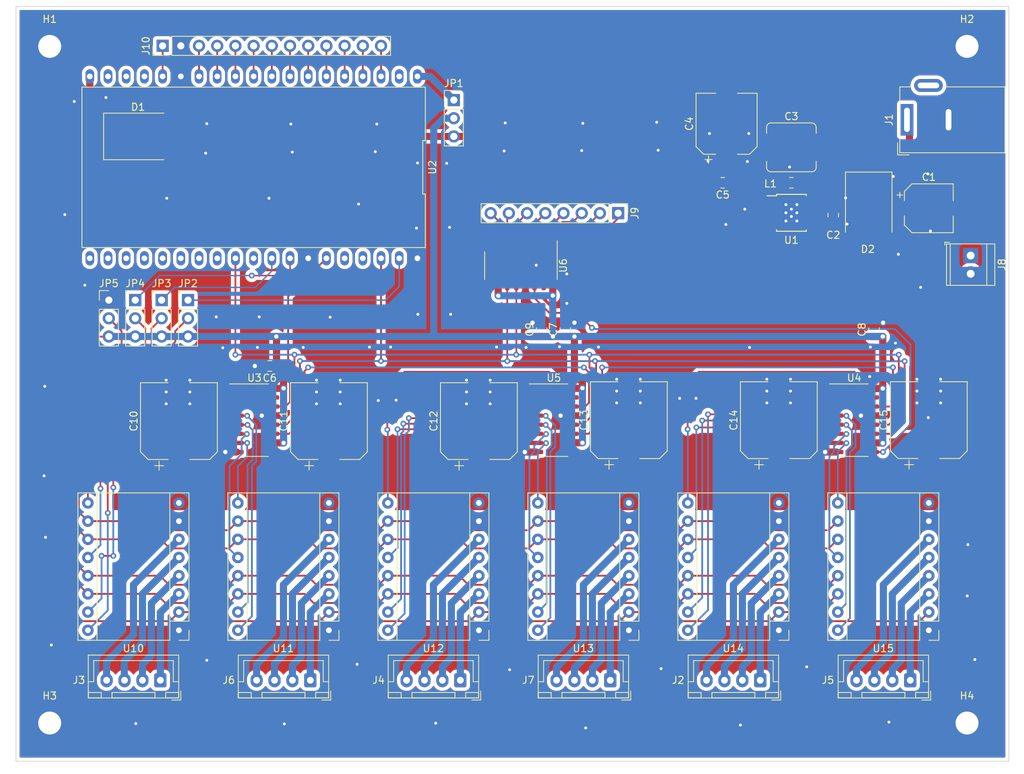
<source format=kicad_pcb>
(kicad_pcb (version 20210606) (generator pcbnew)
  (title_block (rev "1"))
  (layers (0 "F.Cu" signal "Front") (31 "B.Cu" signal "Back") (34 "B.Paste" user) (35 "F.Paste" user) (36 "B.SilkS" user "B.Silkscreen") (37 "F.SilkS" user "F.Silkscreen") (38 "B.Mask" user) (39 "F.Mask" user) (44 "Edge.Cuts" user))
  (net 0 "")
  (net 1 "GND")
  (net 2 "X_Enable")
  (net 3 "VCC")
  (net 4 "MS1")
  (net 5 "MS2")
  (net 6 "X_CS")
  (net 7 "Step_Reset")
  (net 8 "Step_Sleep")
  (net 9 "X_Step")
  (net 10 "Vmot")
  (net 11 "X_Dir")
  (net 12 "Y_Enable")
  (net 13 "Y_CS")
  (net 14 "Y_Step")
  (net 15 "Y_Dir")
  (net 16 "Z_Enable")
  (net 17 "Z_CS")
  (net 18 "Z_Step")
  (net 19 "Z_Dir")
  (net 20 "A_Enable")
  (net 21 "A_CS")
  (net 22 "A_Step")
  (net 23 "A_Dir")
  (net 24 "B_Enable")
  (net 25 "B_CS")
  (net 26 "B_Step")
  (net 27 "B_Dir")
  (net 28 "C_Enable")
  (net 29 "C_CS")
  (net 30 "C_Step")
  (net 31 "C_Dir")
  (net 32 "Net-(D1-Pad1)")
  (net 33 "+5V")
  (net 34 "+3V3")
  (net 35 "I2S_BCK")
  (net 36 "I2S_WS")
  (net 37 "I2S_DATA")
  (net 38 "Net-(U4-Pad9)")
  (net 39 "I2SO_25")
  (net 40 "I2SO_26")
  (net 41 "I2SO_27")
  (net 42 "I2SO_28")
  (net 43 "I2SO_29")
  (net 44 "I2SO_30")
  (net 45 "I2SO_31")
  (net 46 "I2SO_24")
  (net 47 "EN")
  (net 48 "C_LIMIT")
  (net 49 "B_LIMIT")
  (net 50 "A_LIMIT")
  (net 51 "Z_LIMIT")
  (net 52 "Y_LIMIT")
  (net 53 "X_LIMIT")
  (net 54 "GPIO25")
  (net 55 "GPIO26")
  (net 56 "GPIO27")
  (net 57 "GPIO14")
  (net 58 "GPIO12")
  (net 59 "GPIO13")
  (net 60 "GPIO15")
  (net 61 "GPIO2")
  (net 62 "GPIO0")
  (net 63 "GPIO4")
  (net 64 "GPIO16")
  (net 65 "CS_SD")
  (net 66 "SCK")
  (net 67 "MISO")
  (net 68 "MOSI")
  (net 69 "Net-(C3-Pad1)")
  (net 70 "Net-(C3-Pad2)")
  (net 71 "Net-(J2-Pad1)")
  (net 72 "Net-(J2-Pad2)")
  (net 73 "Net-(J2-Pad3)")
  (net 74 "Net-(J2-Pad4)")
  (net 75 "Net-(J3-Pad4)")
  (net 76 "Net-(J3-Pad3)")
  (net 77 "Net-(J3-Pad2)")
  (net 78 "Net-(J3-Pad1)")
  (net 79 "Net-(J4-Pad1)")
  (net 80 "Net-(J4-Pad2)")
  (net 81 "Net-(J4-Pad3)")
  (net 82 "Net-(J4-Pad4)")
  (net 83 "Net-(J5-Pad1)")
  (net 84 "Net-(J5-Pad2)")
  (net 85 "Net-(J5-Pad3)")
  (net 86 "Net-(J5-Pad4)")
  (net 87 "Net-(J6-Pad1)")
  (net 88 "Net-(J6-Pad2)")
  (net 89 "Net-(J6-Pad3)")
  (net 90 "Net-(J6-Pad4)")
  (net 91 "Net-(J7-Pad1)")
  (net 92 "Net-(J7-Pad2)")
  (net 93 "Net-(J7-Pad3)")
  (net 94 "Net-(J7-Pad4)")
  (net 106 "Net-(U3-Pad9)")
  (net 107 "Net-(U4-Pad14)")
  (footprint "Package_SO:SOIC-16_3.9x9.9mm_P1.27mm" (layer "F.Cu") (at 189.865 92.964)
    (fp_text reference "U4")
    (fp_text value "74AHCT595")
  )
  (footprint "Connector_JST:JST_XH_B4B-XH-A_1x04_P2.50mm_Vertical" (layer "F.Cu") (at 134.9002 129.286 180)
    (fp_text reference "J4")
    (fp_text value "Conn_01x04")
  )
  (footprint "Module:Pololu_Breakout-16_15.2x20.3mm" (layer "F.Cu") (at 137.4902 122.301 180)
    (fp_text reference "U12")
    (fp_text value "Z")
  )
  (footprint "Module:Pololu_Breakout-16_15.2x20.3mm" (layer "F.Cu") (at 200.279 122.301 180)
    (fp_text reference "U15")
    (fp_text value "C")
  )
  (footprint "Connector_PinHeader_2.54mm:PinHeader_1x08_P2.54mm_Vertical" (layer "F.Cu") (at 156.9212 64.0588 -90)
    (fp_text reference "J9")
    (fp_text value "Conn_01x08")
  )
  (footprint "Connector_BarrelJack:BarrelJack_Wuerth_6941xx301002" (layer "F.Cu") (at 197.231 51.019 90)
    (fp_text reference "J1")
    (fp_text value "DCin")
  )
  (footprint "Package_SO:SOIC-16_3.9x9.9mm_P1.27mm" (layer "F.Cu") (at 147.955 92.964)
    (fp_text reference "U5")
    (fp_text value "74AHCT595")
  )
  (footprint "MountingHole:MountingHole_3.2mm_M3_DIN965_Pad" (layer "F.Cu") (at 77.597 40.767)
    (fp_text reference "H1")
    (fp_text value "MountingHole_Pad")
  )
  (footprint "Capacitor_SMD:CP_Elec_10x10.5" (layer "F.Cu") (at 158.4198 92.964 90)
    (fp_text reference "C13")
    (fp_text value "330µF")
  )
  (footprint "Capacitor_SMD:CP_Elec_10x10.5" (layer "F.Cu") (at 179.3494 92.964 90)
    (fp_text reference "C14")
    (fp_text value "330µF")
  )
  (footprint "Inductor_SMD:L_Bourns_SRP7028A_7.3x6.6mm" (layer "F.Cu") (at 181.102 54.864 180)
    (fp_text reference "L1")
    (fp_text value "22µH")
  )
  (footprint "Connector_JST:JST_XH_B4B-XH-A_1x04_P2.50mm_Vertical" (layer "F.Cu") (at 155.8298 129.286 180)
    (fp_text reference "J7")
    (fp_text value "Conn_01x04")
  )
  (footprint "Capacitor_SMD:C_0805_2012Metric" (layer "F.Cu") (at 171.516 59.817 180)
    (fp_text reference "C5")
    (fp_text value "0.1µF")
  )
  (footprint "Module:Pololu_Breakout-16_15.2x20.3mm" (layer "F.Cu") (at 158.4198 122.301 180)
    (fp_text reference "U13")
    (fp_text value "A")
  )
  (footprint "Capacitor_SMD:C_0805_2012Metric" (layer "F.Cu") (at 186.944 64.323 -90)
    (fp_text reference "C2")
    (fp_text value "0.1µF")
  )
  (footprint "CNC:ESP32-module" (layer "F.Cu") (at 106.055 57.658 180)
    (fp_text reference "U2")
    (fp_text value "AZ-Delivery_ESP32")
  )
  (footprint "Connector_PinHeader_2.54mm:PinHeader_1x03_P2.54mm_Vertical" (layer "F.Cu") (at 85.852 76.2)
    (fp_text reference "JP5")
    (fp_text value "Slp")
  )
  (footprint "Module:Pololu_Breakout-16_15.2x20.3mm" (layer "F.Cu") (at 95.631 122.301 180)
    (fp_text reference "U10")
    (fp_text value "X")
  )
  (footprint "Capacitor_SMD:C_0805_2012Metric" (layer "F.Cu") (at 181.102 59.817)
    (fp_text reference "C3")
    (fp_text value "0.01µF")
  )
  (footprint "TerminalBlock_TE-Connectivity:TerminalBlock_TE_282834-2_1x02_P2.54mm_Horizontal" (layer "F.Cu") (at 206.121 69.977 -90)
    (fp_text reference "J8")
    (fp_text value "DCin")
  )
  (footprint "MountingHole:MountingHole_3.2mm_M3_DIN965_Pad" (layer "F.Cu") (at 205.613 135.255)
    (fp_text reference "H4")
    (fp_text value "MountingHole_Pad")
  )
  (footprint "Capacitor_SMD:C_0805_2012Metric" (layer "F.Cu") (at 146.2532 80.3148 90)
    (fp_text reference "C9")
    (fp_text value "100nF")
  )
  (footprint "Connector_JST:JST_XH_B4B-XH-A_1x04_P2.50mm_Vertical" (layer "F.Cu") (at 197.689 129.286 180)
    (fp_text reference "J5")
    (fp_text value "Conn_01x04")
  )
  (footprint "Package_SO:SOIC-16_3.9x9.9mm_P1.27mm" (layer "F.Cu") (at 106.172 92.964)
    (fp_text reference "U3")
    (fp_text value "74AHCT595")
  )
  (footprint "Connector_PinHeader_2.54mm:PinHeader_1x03_P2.54mm_Vertical" (layer "F.Cu") (at 93.218 76.2)
    (fp_text reference "JP3")
    (fp_text value "MS2")
  )
  (footprint "Capacitor_SMD:CP_Elec_6.3x5.4_Nichicon" (layer "F.Cu") (at 200.279 63.373)
    (fp_text reference "C1")
    (fp_text value "47µF")
  )
  (footprint "Diode_SMD:D_SMC" (layer "F.Cu") (at 89.926 53.34)
    (fp_text reference "D1")
    (fp_text value "B340")
  )
  (footprint "Capacitor_SMD:CP_Elec_10x10.5" (layer "F.Cu") (at 116.5606 93.091 90)
    (fp_text reference "C11")
    (fp_text value "330µF")
  )
  (footprint "Connector_PinHeader_2.54mm:PinHeader_1x13_P2.54mm_Vertical" (layer "F.Cu") (at 93.355 40.6908 90)
    (fp_text reference "J10")
    (fp_text value "Conn_01x13")
  )
  (footprint "Package_SO:TI_SO-PowerPAD-8" (layer "F.Cu") (at 181.102 64.008)
    (fp_text reference "U1")
    (fp_text value "LM22676MR-5")
  )
  (footprint "Capacitor_SMD:CP_Elec_10x10.5" (layer "F.Cu") (at 95.631 93.091 90)
    (fp_text reference "C10")
    (fp_text value "330µF")
  )
  (footprint "Module:Pololu_Breakout-16_15.2x20.3mm" (layer "F.Cu") (at 116.5606 122.301 180)
    (fp_text reference "U11")
    (fp_text value "Y")
  )
  (footprint "MountingHole:MountingHole_3.2mm_M3_DIN965_Pad" (layer "F.Cu") (at 77.597 135.255)
    (fp_text reference "H3")
    (fp_text value "MountingHole_Pad")
  )
  (footprint "Capacitor_SMD:C_0805_2012Metric" (layer "F.Cu") (at 192.6336 80.3148 90)
    (fp_text reference "C8")
    (fp_text value "100nF")
  )
  (footprint "Connector_JST:JST_XH_B4B-XH-A_1x04_P2.50mm_Vertical" (layer "F.Cu") (at 176.7594 129.286 180)
    (fp_text reference "J2")
    (fp_text value "Conn_01x04")
  )
  (footprint "Diode_SMD:D_SMC" (layer "F.Cu") (at 191.897 63.119 -90)
    (fp_text reference "D2")
    (fp_text value "B350")
  )
  (footprint "MountingHole:MountingHole_3.2mm_M3_DIN965_Pad" (layer "F.Cu") (at 205.613 40.767)
    (fp_text reference "H2")
    (fp_text value "MountingHole_Pad")
  )
  (footprint "Capacitor_SMD:CP_Elec_10x10.5" (layer "F.Cu") (at 200.279 92.9505 90)
    (fp_text reference "C15")
    (fp_text value "330µF")
  )
  (footprint "Connector_PinHeader_2.54mm:PinHeader_1x03_P2.54mm_Vertical" (layer "F.Cu") (at 96.901 76.2)
    (fp_text reference "JP2")
    (fp_text value "MS1")
  )
  (footprint "Connector_JST:JST_XH_B4B-XH-A_1x04_P2.50mm_Vertical" (layer "F.Cu") (at 113.9706 129.286 180)
    (fp_text reference "J6")
    (fp_text value "Conn_01x04")
  )
  (footprint "Connector_PinHeader_2.54mm:PinHeader_1x03_P2.54mm_Vertical" (layer "F.Cu") (at 89.535 76.2)
    (fp_text reference "JP4")
    (fp_text value "Rst")
  )
  (footprint "Package_SO:SOIC-16_3.9x9.9mm_P1.27mm" (layer "F.Cu") (at 143.3576 71.374 -90)
    (fp_text reference "U6")
    (fp_text value "74AHCT595")
  )
  (footprint "Connector_JST:JST_XH_B4B-XH-A_1x04_P2.50mm_Vertical" (layer "F.Cu") (at 93.041 129.286 180)
    (fp_text reference "J3")
    (fp_text value "Conn_01x04")
  )
  (footprint "Capacitor_SMD:C_0805_2012Metric" (layer "F.Cu") (at 108.3056 85.3948 180)
    (fp_text reference "C6")
    (fp_text value "100nF")
  )
  (footprint "Connector_PinHeader_2.54mm:PinHeader_1x03_P2.54mm_Vertical" (layer "F.Cu") (at 133.995 48.26)
    (fp_text reference "JP1")
    (fp_text value "Vcc")
  )
  (footprint "Capacitor_SMD:CP_Elec_8x10" (layer "F.Cu") (at 172.0596 51.5719 90)
    (fp_text reference "C4")
    (fp_text value "220µF")
  )
  (footprint "Module:Pololu_Breakout-16_15.2x20.3mm" (layer "F.Cu") (at 179.3494 122.301 180)
    (fp_text reference "U14")
    (fp_text value "B")
  )
  (footprint "Capacitor_SMD:CP_Elec_10x10.5" (layer "F.Cu") (at 137.4902 93.091 90)
    (fp_text reference "C12")
    (fp_text value "330µF")
  )
  (footprint "Capacitor_SMD:C_0805_2012Metric" (layer "F.Cu") (at 149.5552 80.3148 90)
    (fp_text reference "C7")
    (fp_text value "100nF")
  )
  (gr_rect (start 72.898 35.179) (end 211.455 140.589) (layer "Edge.Cuts") (width 0.1) (fill none))
  (segment (start 114.83325 87.376) (end 114.90975 87.503) (width 1) (layer "F.Cu") (net 1))
  (segment (start 180.9245 90.551) (end 179.324 88.9505) (width 1) (layer "F.Cu") (net 1))
  (segment (start 135.763 90.678) (end 139.065 90.678) (width 1) (layer "F.Cu") (net 1))
  (segment (start 198.628 87.249) (end 201.93 87.249) (width 1) (layer "F.Cu") (net 1))
  (segment (start 150.81 79.3648) (end 150.8252 79.3496) (width 1) (layer "F.Cu") (net 1))
  (segment (start 198.6785 90.551) (end 200.279 88.9505) (width 1) (layer "F.Cu") (net 1))
  (segment (start 160.02 87.249) (end 160.02 90.551) (width 1) (layer "F.Cu") (net 1))
  (segment (start 93.853 87.376) (end 93.9295 87.503) (width 1) (layer "F.Cu") (net 1))
  (segment (start 135.8135 90.678) (end 139.065 87.4265) (width 1) (layer "F.Cu") (net 1))
  (segment (start 135.763 89.027) (end 137.3635 89.027) (width 1) (layer "F.Cu") (net 1))
  (segment (start 156.718 87.249) (end 156.718 90.551) (width 1) (layer "F.Cu") (net 1))
  (segment (start 177.673 88.9) (end 179.2735 88.9) (width 1) (layer "F.Cu") (net 1))
  (segment (start 192.6336 79.3648) (end 193.8884 79.3648) (width 1) (layer "F.Cu") (net 1))
  (segment (start 177.673 90.551) (end 180.975 90.551) (width 1) (layer "F.Cu") (net 1))
  (segment (start 156.718 87.249) (end 160.02 87.249) (width 1) (layer "F.Cu") (net 1))
  (segment (start 108.647 92.329) (end 107.188 92.329) (width 1) (layer "F.Cu") (net 1))
  (segment (start 177.7235 90.551) (end 179.324 88.9505) (width 1) (layer "F.Cu") (net 1))
  (segment (start 116.48425 89.0775) (end 118.13525 87.4265) (width 1) (layer "F.Cu") (net 1))
  (segment (start 118.08475 90.678) (end 116.48425 89.0775) (width 1) (layer "F.Cu") (net 1))
  (segment (start 177.673 87.249) (end 177.673 90.551) (width 1) (layer "F.Cu") (net 1))
  (segment (start 93.853 87.376) (end 93.853 90.678) (width 1) (layer "F.Cu") (net 1))
  (segment (start 114.83325 89.027) (end 116.43375 89.027) (width 1) (layer "F.Cu") (net 1))
  (segment (start 177.7495 87.376) (end 179.324 88.9505) (width 1) (layer "F.Cu") (net 1))
  (segment (start 144.9984 79.3648) (end 144.9832 79.3496) (width 1) (layer "F.Cu") (net 1))
  (segment (start 201.93 88.9) (end 200.3295 88.9) (width 1) (layer "F.Cu") (net 1))
  (segment (start 198.628 87.249) (end 198.7045 87.376) (width 1) (layer "F.Cu") (net 1))
  (segment (start 198.7045 87.376) (end 201.8795 90.551) (width 1) (layer "F.Cu") (net 1))
  (segment (start 156.7945 87.376) (end 159.9695 90.551) (width 1) (layer "F.Cu") (net 1))
  (segment (start 114.88375 90.678) (end 116.48425 89.0775) (width 1) (layer "F.Cu") (net 1))
  (segment (start 139.065 89.027) (end 137.4645 89.027) (width 1) (layer "F.Cu") (net 1))
  (segment (start 156.7685 90.551) (end 158.369 88.9505) (width 1) (layer "F.Cu") (net 1))
  (segment (start 93.9295 87.503) (end 95.504 89.0775) (width 1) (layer "F.Cu") (net 1))
  (segment (start 179.324 88.9505) (end 180.975 87.2995) (width 1) (layer "F.Cu") (net 1))
  (segment (start 118.13525 89.027) (end 116.53475 89.027) (width 1) (layer "F.Cu") (net 1))
  (segment (start 93.853 87.376) (end 97.155 87.376) (width 1) (layer "F.Cu") (net 1))
  (segment (start 118.13525 87.376) (end 118.13525 90.678) (width 1) (layer "F.Cu") (net 1))
  (segment (start 180.975 87.249) (end 180.975 90.551) (width 1) (layer "F.Cu") (net 1))
  (segment (start 97.155 89.027) (end 95.5545 89.027) (width 1) (layer "F.Cu") (net 1))
  (segment (start 156.718 90.551) (end 160.02 90.551) (width 1) (layer "F.Cu") (net 1))
  (segment (start 192.34 92.329) (end 190.8048 92.329) (width 1) (layer "F.Cu") (net 1))
  (segment (start 93.853 89.027) (end 95.4535 89.027) (width 1) (layer "F.Cu") (net 1))
  (segment (start 160.02 88.9) (end 158.4195 88.9) (width 1) (layer "F.Cu") (net 1))
  (segment (start 135.763 87.376) (end 139.065 87.376) (width 1) (layer "F.Cu") (net 1))
  (segment (start 139.065 87.376) (end 139.065 90.678) (width 1) (layer "F.Cu") (net 1))
  (segment (start 135.763 87.376) (end 135.8395 87.503) (width 1) (layer "F.Cu") (net 1))
  (segment (start 187.39 97.409) (end 185.801 97.409) (width 1) (layer "F.Cu") (net 1))
  (segment (start 150.43 92.329) (end 148.8948 92.329) (width 1) (layer "F.Cu") (net 1))
  (segment (start 145.48 97.409) (end 143.891 97.409) (width 1) (layer "F.Cu") (net 1))
  (segment (start 180.975 88.9) (end 179.3745 88.9) (width 1) (layer "F.Cu") (net 1))
  (segment (start 156.718 88.9) (end 158.3185 88.9) (width 1) (layer "F.Cu") (net 1))
  (segment (start 149.5552 79.3648) (end 150.81 79.3648) (width 1) (layer "F.Cu") (net 1))
  (segment (start 198.628 90.551) (end 201.93 90.551) (width 1) (layer "F.Cu") (net 1))
  (segment (start 93.853 90.678) (end 97.155 90.678) (width 1) (layer "F.Cu") (net 1))
  (segment (start 93.9035 90.678) (end 95.504 89.0775) (width 1) (layer "F.Cu") (net 1))
  (segment (start 135.763 87.376) (end 135.763 90.678) (width 1) (layer "F.Cu") (net 1))
  (segment (start 114.83325 87.376) (end 114.83325 90.678) (width 1) (layer "F.Cu") (net 1))
  (segment (start 95.504 89.0775) (end 97.155 87.4265) (width 1) (layer "F.Cu") (net 1))
  (segment (start 198.628 87.249) (end 198.628 90.551) (width 1) (layer "F.Cu") (net 1))
  (segment (start 97.155 87.376) (end 97.155 90.678) (width 1) (layer "F.Cu") (net 1))
  (segment (start 135.8395 87.503) (end 139.0145 90.678) (width 1) (layer "F.Cu") (net 1))
  (segment (start 177.673 87.249) (end 177.7495 87.376) (width 1) (layer "F.Cu") (net 1))
  (segment (start 156.718 87.249) (end 156.7945 87.376) (width 1) (layer "F.Cu") (net 1))
  (segment (start 103.697 97.409) (end 102.108 97.409) (width 1) (layer "F.Cu") (net 1))
  (segment (start 114.83325 87.376) (end 118.13525 87.376) (width 1) (layer "F.Cu") (net 1))
  (segment (start 177.673 87.249) (end 180.975 87.249) (width 1) (layer "F.Cu") (net 1))
  (segment (start 146.2532 79.3648) (end 144.9984 79.3648) (width 1) (layer "F.Cu") (net 1))
  (segment (start 107.3556 85.3948) (end 106.2228 85.3948) (width 1) (layer "F.Cu") (net 1))
  (segment (start 198.628 88.9) (end 200.2285 88.9) (width 1) (layer "F.Cu") (net 1))
  (segment (start 201.93 87.249) (end 201.93 90.551) (width 1) (layer "F.Cu") (net 1))
  (segment (start 200.279 88.9505) (end 201.93 87.2995) (width 1) (layer "F.Cu") (net 1))
  (segment (start 193.8884 79.3648) (end 193.9036 79.3496) (width 1) (layer "F.Cu") (net 1))
  (segment (start 158.369 88.9505) (end 160.02 87.2995) (width 1) (layer "F.Cu") (net 1))
  (segment (start 97.1045 90.678) (end 95.504 89.0775) (width 1) (layer "F.Cu") (net 1))
  (segment (start 114.83325 90.678) (end 118.13525 90.678) (width 1) (layer "F.Cu") (net 1))
  (segment (start 114.90975 87.503) (end 116.48425 89.0775) (width 1) (layer "F.Cu") (net 1))
  (via (at 149.7584 72.5424) (size 0.8) (drill 0.4) (layers "F.Cu" "B.Cu") (net 1))
  (via (at 192.024 86.868) (size 0.8) (drill 0.4) (layers "F.Cu" "B.Cu") (net 1))
  (via (at 156.718 87.249) (size 0.8) (drill 0.4) (layers "F.Cu" "B.Cu") (net 1))
  (via (at 152.4 135.9408) (size 0.8) (drill 0.4) (layers "F.Cu" "B.Cu") (net 1))
  (via (at 174.9552 56.8452) (size 0.8) (drill 0.4) (layers "F.Cu" "B.Cu") (net 1))
  (via (at 139.065 90.678) (size 0.8) (drill 0.4) (layers "F.Cu" "B.Cu") (net 1))
  (via (at 135.763 90.678) (size 0.8) (drill 0.4) (layers "F.Cu" "B.Cu") (net 1))
  (via (at 181.864 62.865) (size 0.8) (drill 0.4) (layers "F.Cu" "B.Cu") (net 1))
  (via (at 99.3648 55.6768) (size 0.8) (drill 0.4) (layers "F.Cu" "B.Cu") (net 1))
  (via (at 97.155 87.376) (size 0.8) (drill 0.4) (layers "F.Cu" "B.Cu") (net 1))
  (via (at 200.5076 66.548) (size 0.8) (drill 0.4) (layers "F.Cu" "B.Cu") (net 1))
  (via (at 144.9832 79.3496) (size 1) (drill 0.6) (layers "F.Cu" "B.Cu") (net 1))
  (via (at 133.4008 66.04) (size 0.8) (drill 0.4) (layers "F.Cu" "B.Cu") (net 1))
  (via (at 111.4552 55.5244) (size 0.8) (drill 0.4) (layers "F.Cu" "B.Cu") (net 1))
  (via (at 112.9792 82.804) (size 0.8) (drill 0.4) (layers "F.Cu" "B.Cu") (net 1))
  (via (at 200.2028 92.6084) (size 0.8) (drill 0.4) (layers "F.Cu" "B.Cu") (net 1))
  (via (at 196.0372 69.7992) (size 0.8) (drill 0.4) (layers "F.Cu" "B.Cu") (net 1))
  (via (at 135.763 89.027) (size 0.8) (drill 0.4) (layers "F.Cu" "B.Cu") (net 1))
  (via (at 114.83325 87.376) (size 0.8) (drill 0.4) (layers "F.Cu" "B.Cu") (net 1))
  (via (at 169.4688 56.7944) (size 0.8) (drill 0.4) (layers "F.Cu" "B.Cu") (net 1))
  (via (at 188.8744 65.5828) (size 0.8) (drill 0.4) (layers "F.Cu" "B.Cu") (net 1))
  (via (at 181.864 65.151) (size 0.8) (drill 0.4) (layers "F.Cu" "B.Cu") (net 1))
  (via (at 135.763 87.376) (size 0.8) (drill 0.4) (layers "F.Cu" "B.Cu") (net 1))
  (via (at 97.155 90.678) (size 0.8) (drill 0.4) (layers "F.Cu" "B.Cu") (net 1))
  (via (at 205.6384 117.5004) (size 0.8) (drill 0.4) (layers "F.Cu" "B.Cu") (net 1))
  (via (at 123.2408 51.6128) (size 0.8) (drill 0.4) (layers "F.Cu" "B.Cu") (net 1))
  (via (at 149.7584 76.6572) (size 0.8) (drill 0.4) (layers "F.Cu" "B.Cu") (net 1))
  (via (at 165.5064 89.916) (size 0.8) (drill 0.4) (layers "F.Cu" "B.Cu") (net 1))
  (via (at 89.6112 135.3312) (size 0.8) (drill 0.4) (layers "F.Cu" "B.Cu") (net 1))
  (via (at 125.9332 90.17) (size 0.8) (drill 0.4) (layers "F.Cu" "B.Cu") (net 1))
  (via (at 114.83325 90.678) (size 0.8) (drill 0.4) (layers "F.Cu" "B.Cu") (net 1))
  (via (at 190.8048 92.329) (size 1) (drill 0.6) (layers "F.Cu" "B.Cu") (net 1))
  (via (at 128.9812 78.1812) (size 0.8) (drill 0.4) (layers "F.Cu" "B.Cu") (net 1))
  (via (at 76.9112 88.2396) (size 0.8) (drill 0.4) (layers "F.Cu" "B.Cu") (net 1))
  (via (at 93.853 89.027) (size 0.8) (drill 0.4) (layers "F.Cu" "B.Cu") (net 1))
  (via (at 85.4456 47.9044) (size 0.8) (drill 0.4) (layers "F.Cu" "B.Cu") (net 1))
  (via (at 156.718 90.551) (size 0.8) (drill 0.4) (layers "F.Cu" "B.Cu") (net 1))
  (via (at 141.1732 51.4604) (size 0.8) (drill 0.4) (layers "F.Cu" "B.Cu") (net 1))
  (via (at 171.958 65.6336) (size 0.8) (drill 0.4) (layers "F.Cu" "B.Cu") (net 1))
  (via (at 162.5092 55.2704) (size 0.8) (drill 0.4) (layers "F.Cu" "B.Cu") (net 1))
  (via (at 173.99 135.5344) (size 0.8) (drill 0.4) (layers "F.Cu" "B.Cu") (net 1))
  (via (at 194.7164 135.128) (size 0.8) (drill 0.4) (layers "F.Cu" "B.Cu") (net 1))
  (via (at 167.7924 89.916) (size 0.8) (drill 0.4) (layers "F.Cu" "B.Cu") (net 1))
  (via (at 76.8096 100.7364) (size 0.8) (drill 0.4) (layers "F.Cu" "B.Cu") (net 1))
  (via (at 183.2356 127.4064) (size 0.8) (drill 0.4) (layers "F.Cu" "B.Cu") (net 1))
  (via (at 93.853 90.678) (size 0.8) (drill 0.4) (layers "F.Cu" "B.Cu") (net 1))
  (via (at 162.306 51.3588) (size 0.8) (drill 0.4) (layers "F.Cu" "B.Cu") (net 1))
  (via (at 141.7828 127.8128) (size 0.8) (drill 0.4) (layers "F.Cu" "B.Cu") (net 1))
  (via (at 123.0376 55.4736) (size 0.8) (drill 0.4) (layers "F.Cu" "B.Cu") (net 1))
  (via (at 132.9944 57.0992) (size 0.8) (drill 0.4) (layers "F.Cu" "B.Cu") (net 1))
  (via (at 100.838 78.5368) (size 0.8) (drill 0.4) (layers "F.Cu" "B.Cu") (net 1))
  (via (at 99.5172 126.492) (size 0.8) (drill 0.4) (layers "F.Cu" "B.Cu") (net 1))
  (via (at 198.628 87.249) (size 0.8) (drill 0.4) (layers "F.Cu" "B.Cu") (net 1))
  (via (at 180.34 64.008) (size 0.8) (drill 0.4) (layers "F.Cu" "B.Cu") (net 1))
  (via (at 139.954 82.7532) (size 0.8) (drill 0.4) (layers "F.Cu" "B.Cu") (net 1))
  (via (at 120.7008 62.7888) (size 0.8) (drill 0.4) (layers "F.Cu" "B.Cu") (net 1))
  (via (at 107.188 92.329) (size 1) (drill 0.6) (layers "F.Cu" "B.Cu") (net 1))
  (via (at 120.4976 127.0508) (size 0.8) (drill 0.4) (layers "F.Cu" "B.Cu") (net 1))
  (via (at 106.5784 82.804) (size 0.8) (drill 0.4) (layers "F.Cu" "B.Cu") (net 1))
  (via (at 79.7052 64.262) (size 0.8) (drill 0.4) (layers "F.Cu" "B.Cu") (net 1))
  (via (at 82.4992 74.1172) (size 0.8) (drill 0.4) (layers "F.Cu" "B.Cu") (net 1))
  (via (at 181.864 64.008) (size 0.8) (drill 0.4) (layers "F.Cu" "B.Cu") (net 1))
  (via (at 177.673 90.551) (size 0.8) (drill 0.4) (layers "F.Cu" "B.Cu") (net 1))
  (via (at 160.02 90.551) (size 0.8) (drill 0.4) (layers "F.Cu" "B.Cu") (net 1))
  (via (at 97.155 89.027) (size 0.8) (drill 0.4) (layers "F.Cu" "B.Cu") (net 1))
  (via (at 77.8256 124.3584) (size 0.8) (drill 0.4) (layers "F.Cu" "B.Cu") (net 1))
  (via (at 93.9292 61.976) (size 0.8) (drill 0.4) (layers "F.Cu" "B.Cu") (net 1))
  (via (at 198.628 88.9) (size 0.8) (drill 0.4) (layers "F.Cu" "B.Cu") (net 1))
  (via (at 175.26 82.804) (size 0.8) (drill 0.4) (layers "F.Cu" "B.Cu") (net 1))
  (via (at 160.02 87.249) (size 0.8) (drill 0.4) (layers "F.Cu" "B.Cu") (net 1))
  (via (at 181.102 63.5) (size 0.8) (drill 0.4) (layers "F.Cu" "B.Cu") (net 1))
  (via (at 195.326 58.928) (size 0.8) (drill 0.4) (layers "F.Cu" "B.Cu") (net 1))
  (via (at 141.0208 55.372) (size 0.8) (drill 0.4) (layers "F.Cu" "B.Cu") (net 1))
  (via (at 177.673 88.9) (size 0.8) (drill 0.4) (layers "F.Cu" "B.Cu") (net 1))
  (via (at 116.7384 78.5876) (size 0.8) (drill 0.4) (layers "F.Cu" "B.Cu") (net 1))
  (via (at 154.178 82.7532) (size 0.8) (drill 0.4) (layers "F.Cu" "B.Cu") (net 1))
  (via (at 174.5996 63.5) (size 0.8) (drill 0.4) (layers "F.Cu" "B.Cu") (net 1))
  (via (at 185.801 97.409) (size 1) (drill 0.6) (layers "F.Cu" "B.Cu") (net 1))
  (via (at 102.108 97.409) (size 1) (drill 0.6) (layers "F.Cu" "B.Cu") (net 1))
  (via (at 156.718 88.9) (size 0.8) (drill 0.4) (layers "F.Cu" "B.Cu") (net 1))
  (via (at 139.065 89.027) (size 0.8) (drill 0.4) (layers "F.Cu" "B.Cu") (net 1))
  (via (at 144.0688 82.804) (size 0.8) (drill 0.4) (layers "F.Cu" "B.Cu") (net 1))
  (via (at 198.628 90.551) (size 0.8) (drill 0.4) (layers "F.Cu" "B.Cu") (net 1))
  (via (at 108.204 61.976) (size 0.8) (drill 0.4) (layers "F.Cu" "B.Cu") (net 1))
  (via (at 205.74 110.3376) (size 0.8) (drill 0.4) (layers "F.Cu" "B.Cu") (net 1))
  (via (at 193.9036 79.3496) (size 1) (drill 0.6) (layers "F.Cu" "B.Cu") (net 1))
  (via (at 201.93 88.9) (size 0.8) (drill 0.4) (layers "F.Cu" "B.Cu") (net 1))
  (via (at 122.2248 82.7532) (size 0.8) (drill 0.4) (layers "F.Cu" "B.Cu") (net 1))
  (via (at 128.778 66.1416) (size 0.8) (drill 0.4) (layers "F.Cu" "B.Cu") (net 1))
  (via (at 143.891 97.409) (size 1) (drill 0.6) (layers "F.Cu" "B.Cu") (net 1))
  (via (at 111.252 51.6128) (size 0.8) (drill 0.4) (layers "F.Cu" "B.Cu") (net 1))
  (via (at 192.1256 82.7532) (size 0.8) (drill 0.4) (layers "F.Cu" "B.Cu") (net 1))
  (via (at 180.975 87.249) (size 0.8) (drill 0.4) (layers "F.Cu" "B.Cu") (net 1))
  (via (at 151.8412 55.3212) (size 0.8) (drill 0.4) (layers "F.Cu" "B.Cu") (net 1))
  (via (at 148.8948 92.329) (size 1) (drill 0.6) (layers "F.Cu" "B.Cu") (net 1))
  (via (at 145.4912 71.3232) (size 0.8) (drill 0.4) (layers "F.Cu" "B.Cu") (net 1))
  (via (at 181.102 64.516) (size 0.8) (drill 0.4) (layers "F.Cu" "B.Cu") (net 1))
  (via (at 150.8252 79.3496) (size 1) (drill 0.6) (layers "F.Cu" "B.Cu") (net 1))
  (via (at 118.13525 90.678) (size 0.8) (drill 0.4) (layers "F.Cu" "B.Cu") (net 1))
  (via (at 93.853 87.376) (size 0.8) (drill 0.4) (layers "F.Cu" "B.Cu") (net 1))
  (via (at 169.672 52.9336) (size 0.8) (drill 0.4) (layers "F.Cu" "B.Cu") (net 1))
  (via (at 133.5532 78.1812) (size 0.8) (drill 0.4) (layers "F.Cu" "B.Cu") (net 1))
  (via (at 160.02 88.9) (size 0.8) (drill 0.4) (layers "F.Cu" "B.Cu") (net 1))
  (via (at 114.83325 89.027) (size 0.8) (drill 0.4) (layers "F.Cu" "B.Cu") (net 1))
  (via (at 206.7052 126.3904) (size 0.8) (drill 0.4) (layers "F.Cu" "B.Cu") (net 1))
  (via (at 148.7424 82.7024) (size 0.8) (drill 0.4) (layers "F.Cu" "B.Cu") (net 1))
  (via (at 106.8324 78.5368) (size 0.8) (drill 0.4) (layers "F.Cu" "B.Cu") (net 1))
  (via (at 180.975 88.9) (size 0.8) (drill 0.4) (layers "F.Cu" "B.Cu") (net 1))
  (via (at 81.026 48.4632) (size 0.8) (drill 0.4) (layers "F.Cu" "B.Cu") (net 1))
  (via (at 201.93 87.249) (size 0.8) (drill 0.4) (layers "F.Cu" "B.Cu") (net 1))
  (via (at 200.152 58.5724) (size 0.8) (drill 0.4) (layers "F.Cu" "B.Cu") (net 1))
  (via (at 118.13525 87.376) (size 0.8) (drill 0.4) (layers "F.Cu" "B.Cu") (net 1))
  (via (at 180.34 62.865) (size 0.8) (drill 0.4) (layers "F.Cu" "B.Cu") (net 1))
  (via (at 180.975 90.551) (size 0.8) (drill 0.4) (layers "F.Cu" "B.Cu") (net 1))
  (via (at 195.6308 82.1944) (size 0.8) (drill 0.4) (layers "F.Cu" "B.Cu") (net 1))
  (via (at 101.7524 82.8548) (size 0.8) (drill 0.4) (layers "F.Cu" "B.Cu") (net 1))
  (via (at 77.0128 109.3216) (size 0.8) (drill 0.4) (layers "F.Cu" "B.Cu") (net 1))
  (via (at 118.13525 89.027) (size 0.8) (drill 0.4) (layers "F.Cu" "B.Cu") (net 1))
  (via (at 180.848 57.6072) (size 0.8) (drill 0.4) (layers "F.Cu" "B.Cu") (net 1))
  (via (at 162.9156 127.6604) (size 0.8) (drill 0.4) (layers "F.Cu" "B.Cu") (net 1))
  (via (at 175.1584 52.9336) (size 0.8) (drill 0.4) (layers "F.Cu" "B.Cu") (net 1))
  (via (at 177.673 87.249) (size 0.8) (drill 0.4) (layers "F.Cu" "B.Cu") (net 1))
  (via (at 139.065 87.376) (size 0.8) (drill 0.4) (layers "F.Cu" "B.Cu") (net 1))
  (via (at 110.3376 135.382) (size 0.8) (drill 0.4) (layers "F.Cu" "B.Cu") (net 1))
  (via (at 188.6712 61.9252) (size 0.8) (drill 0.4) (layers "F.Cu" "B.Cu") (net 1))
  (via (at 201.93 90.551) (size 0.8) (drill 0.4) (layers "F.Cu" "B.Cu") (net 1))
  (via (at 99.5172 51.562) (size 0.8) (drill 0.4) (layers "F.Cu" "B.Cu") (net 1))
  (via (at 151.9936 51.5112) (size 0.8) (drill 0.4) (layers "F.Cu" "B.Cu") (net 1))
  (via (at 106.2228 85.3948) (size 1) (drill 0.6) (layers "F.Cu" "B.Cu") (net 1))
  (via (at 180.34 65.151) (size 0.8) (drill 0.4) (layers "F.Cu" "B.Cu") (net 1))
  (via (at 125.1712 82.7532) (size 0.8) (drill 0.4) (layers "F.Cu" "B.Cu") (net 1))
  (via (at 131.4704 135.2804) (size 0.8) (drill 0.4) (layers "F.Cu" "B.Cu") (net 1))
  (via (at 199.136 74.422) (size 0.8) (drill 0.4) (layers "F.Cu" "B.Cu") (net 1))
  (via (at 123.444 90.2208) (size 0.8) (drill 0.4) (layers "F.Cu" "B.Cu") (net 1))
  (via (at 128.9304 57.0484) (size 0.8) (drill 0.4) (layers "F.Cu" "B.Cu") (net 1))
  (segment (start 82.931 104.521) (end 82.931 95.0722) (width 0.25) (layer "F.Cu") (net 2))
  (segment (start 82.931 95.0722) (end 92.3544 85.6488) (width 0.25) (layer "F.Cu") (net 2))
  (segment (start 104.5464 85.6488) (end 106.7308 87.8332) (width 0.25) (layer "F.Cu") (net 2))
  (segment (start 107.2642 89.789) (end 108.647 89.789) (width 0.25) (layer "F.Cu") (net 2))
  (segment (start 106.7308 87.8332) (end 106.7308 89.2556) (width 0.25) (layer "F.Cu") (net 2))
  (segment (start 106.7308 89.2556) (end 107.2642 89.789) (width 0.25) (layer "F.Cu") (net 2))
  (segment (start 92.3544 85.6488) (end 104.5464 85.6488) (width 0.25) (layer "F.Cu") (net 2))
  (segment (start 140.1826 75.565) (end 140.208 75.5904) (width 1) (layer "F.Cu") (net 3))
  (segment (start 137.4902 119.761) (end 136.2202 121.031) (width 0.25) (layer "F.Cu") (net 3))
  (segment (start 193.8528 88.5444) (end 193.8528 81.28) (width 1) (layer "F.Cu") (net 3))
  (segment (start 136.2202 121.031) (end 123.952 121.031) (width 0.25) (layer "F.Cu") (net 3))
  (segment (start 193.8376 81.2648) (end 193.8528 81.28) (width 1) (layer "F.Cu") (net 3))
  (segment (start 150.8252 86.5632) (end 150.8252 81.28) (width 1) (layer "F.Cu") (net 3))
  (segment (start 147.828 81.28) (end 144.7444 81.2648) (width 1) (layer "F.Cu") (net 3))
  (segment (start 179.3494 119.761) (end 178.0794 121.031) (width 0.25) (layer "F.Cu") (net 3))
  (segment (start 164.084 119.761) (end 158.4198 119.761) (width 0.25) (layer "F.Cu") (net 3))
  (segment (start 81.661 121.031) (end 79.629 118.999) (width 0.25) (layer "F.Cu") (net 3))
  (segment (start 150.8252 81.28) (end 149.5704 81.28) (width 1) (layer "F.Cu") (net 3))
  (segment (start 200.279 119.761) (end 199.009 121.031) (width 0.25) (layer "F.Cu") (net 3))
  (segment (start 110.236 86.3752) (end 110.236 88.519) (width 1) (layer "F.Cu") (net 3))
  (segment (start 79.629 82.677) (end 81.011 81.295) (width 0.25) (layer "F.Cu") (net 3))
  (segment (start 140.1826 73.849) (end 140.1826 75.565) (width 1) (layer "F.Cu") (net 3))
  (segment (start 193.8528 88.5444) (end 192.3654 88.5444) (width 1) (layer "F.Cu") (net 3))
  (segment (start 110.236 88.519) (end 108.647 88.519) (width 1) (layer "F.Cu") (net 3))
  (segment (start 109.2556 85.3948) (end 109.2556 81.3156) (width 1) (layer "F.Cu") (net 3))
  (segment (start 115.2906 121.031) (end 102.997 121.031) (width 0.25) (layer "F.Cu") (net 3))
  (segment (start 147.8026 75.565) (end 147.8026 73.849) (width 1) (layer "F.Cu") (net 3))
  (segment (start 109.2556 81.3156) (end 109.22 81.28) (width 1) (layer "F.Cu") (net 3))
  (segment (start 81.011 81.295) (end 85.862 81.295) (width 0.25) (layer "F.Cu") (net 3))
  (segment (start 150.4554 96.1136) (end 150.43 96.139) (width 1) (layer "F.Cu") (net 3))
  (segment (start 192.34 96.139) (end 193.8274 96.139) (width 1) (layer "F.Cu") (net 3))
  (segment (start 116.5606 119.761) (end 115.2906 121.031) (width 0.25) (layer "F.Cu") (net 3))
  (segment (start 144.7444 81.2648) (end 146.2532 81.2648) (width 1) (layer "F.Cu") (net 3))
  (segment (start 149.5704 81.28) (end 149.5552 81.2648) (width 1) (layer "F.Cu") (net 3))
  (segment (start 165.354 121.031) (end 164.084 119.761) (width 0.25) (layer "F.Cu") (net 3))
  (segment (start 151.9428 88.4936) (end 151.9428 87.6808) (width 1) (layer "F.Cu") (net 3))
  (segment (start 95.631 119.761) (end 94.361 121.031) (width 0.25) (layer "F.Cu") (net 3))
  (segment (start 123.952 121.031) (end 122.682 119.761) (width 0.25) (layer "F.Cu") (net 3))
  (segment (start 157.1498 121.031) (end 144.78 121.031) (width 0.25) (layer "F.Cu") (net 3))
  (segment (start 184.785 119.761) (end 179.3494 119.761) (width 0.25) (layer "F.Cu") (net 3))
  (segment (start 151.9428 96.1136) (end 150.4554 96.1136) (width 1) (layer "F.Cu") (net 3))
  (segment (start 79.629 118.999) (end 79.629 82.677) (width 0.25) (layer "F.Cu") (net 3))
  (segment (start 109.2556 85.3948) (end 110.236 86.3752) (width 1) (layer "F.Cu") (net 3))
  (segment (start 158.4198 119.761) (end 157.1498 121.031) (width 0.25) (layer "F.Cu") (net 3))
  (segment (start 178.0794 121.031) (end 165.354 121.031) (width 0.25) (layer "F.Cu") (net 3))
  (segment (start 102.997 121.031) (end 101.727 119.761) (width 0.25) (layer "F.Cu") (net 3))
  (segment (start 193.8274 96.139) (end 193.8528 96.1644) (width 1) (layer "F.Cu") (net 3))
  (segment (start 108.647 96.139) (end 110.236 96.139) (width 1) (layer "F.Cu") (net 3))
  (segment (start 101.727 119.761) (end 95.631 119.761) (width 0.25) (layer "F.Cu") (net 3))
  (segment (start 151.9174 88.519) (end 151.9428 88.4936) (width 1) (layer "F.Cu") (net 3))
  (segment (start 122.682 119.761) (end 116.5606 119.761) (width 0.25) (layer "F.Cu") (net 3))
  (segment (start 151.9428 87.6808) (end 150.8252 86.5632) (width 1) (layer "F.Cu") (net 3))
  (segment (start 199.009 121.031) (end 186.055 121.031) (width 0.25) (layer "F.Cu") (net 3))
  (segment (start 186.055 121.031) (end 184.785 119.761) (width 0.25) (layer "F.Cu") (net 3))
  (segment (start 143.51 119.761) (end 137.4902 119.761) (width 0.25) (layer "F.Cu") (net 3))
  (segment (start 144.78 121.031) (end 143.51 119.761) (width 0.25) (layer "F.Cu") (net 3))
  (segment (start 150.43 88.519) (end 151.9174 88.519) (width 1) (layer "F.Cu") (net 3))
  (segment (start 192.6336 81.2648) (end 193.8376 81.2648) (width 1) (layer "F.Cu") (net 3))
  (segment (start 94.361 121.031) (end 81.661 121.031) (width 0.25) (layer "F.Cu") (net 3))
  (via (at 109.22 81.28) (size 1) (drill 0.6) (layers "F.Cu" "B.Cu") (net 3))
  (via (at 110.236 96.139) (size 1) (drill 0.6) (layers "F.Cu" "B.Cu") (net 3))
  (via (at 140.208 75.5904) (size 1) (drill 0.6) (layers "F.Cu" "B.Cu") (net 3))
  (via (at 110.236 88.519) (size 1) (drill 0.6) (layers "F.Cu" "B.Cu") (net 3))
  (via (at 147.8026 75.565) (size 1) (drill 0.6) (layers "F.Cu" "B.Cu") (net 3))
  (via (at 151.9428 96.1136) (size 1) (drill 0.6) (layers "F.Cu" "B.Cu") (net 3))
  (via (at 193.8528 88.5444) (size 1) (drill 0.6) (layers "F.Cu" "B.Cu") (net 3))
  (via (at 151.9428 88.4936) (size 1) (drill 0.6) (layers "F.Cu" "B.Cu") (net 3))
  (via (at 147.828 81.28) (size 1) (drill 0.6) (layers "F.Cu" "B.Cu") (net 3))
  (via (at 150.8252 81.28) (size 1) (drill 0.6) (layers "F.Cu" "B.Cu") (net 3))
  (via (at 193.8528 81.28) (size 1) (drill 0.6) (layers "F.Cu" "B.Cu") (net 3))
  (via (at 193.8528 96.1644) (size 1) (drill 0.6) (layers "F.Cu" "B.Cu") (net 3))
  (segment (start 147.7772 75.5904) (end 147.8026 75.565) (width 1) (layer "B.Cu") (net 3))
  (segment (start 89.545 81.28) (end 85.877 81.28) (width 1) (layer "B.Cu") (net 3))
  (segment (start 140.208 75.5904) (end 147.7772 75.5904) (width 1) (layer "B.Cu") (net 3))
  (segment (start 193.8528 96.1644) (end 193.8528 88.5444) (width 1) (layer "B.Cu") (net 3))
  (segment (start 150.8252 81.28) (end 193.8528 81.28) (width 1) (layer "B.Cu") (net 3))
  (segment (start 110.236 96.139) (end 110.236 88.519) (width 1) (layer "B.Cu") (net 3))
  (segment (start 147.828 81.28) (end 147.8026 81.2546) (width 1) (layer "B.Cu") (net 3))
  (segment (start 109.22 81.28) (end 147.828 81.28) (width 1) (layer "B.Cu") (net 3))
  (segment (start 151.9428 88.4936) (end 151.9428 96.1136) (width 1) (layer "B.Cu") (net 3))
  (segment (start 131.191 52.197) (end 131.191 81.28) (width 1) (layer "B.Cu") (net 3))
  (segment (start 96.911 81.28) (end 93.228 81.28) (width 1) (layer "B.Cu") (net 3))
  (segment (start 147.8026 81.2546) (end 147.8026 75.565) (width 1) (layer "B.Cu") (net 3))
  (segment (start 147.828 81.28) (end 150.8252 81.28) (width 1) (layer "B.Cu") (net 3))
  (segment (start 132.588 50.8) (end 131.191 52.197) (width 1) (layer "B.Cu") (net 3))
  (segment (start 96.901 81.28) (end 109.22 81.28) (width 1) (layer "B.Cu") (net 3))
  (segment (start 93.228 81.28) (end 89.545 81.28) (width 1) (layer "B.Cu") (net 3))
  (segment (start 133.995 50.8) (end 132.588 50.8) (width 1) (layer "B.Cu") (net 3))
  (segment (start 135.128 107.061) (end 124.7902 107.061) (width 0.25) (layer "F.Cu") (net 4))
  (segment (start 177.8 108.331) (end 176.53 107.061) (width 0.25) (layer "F.Cu") (net 4))
  (segment (start 186.309 108.331) (end 177.8 108.331) (width 0.25) (layer "F.Cu") (net 4))
  (segment (start 95.123 80.518) (end 96.901 78.74) (width 0.25) (layer "F.Cu") (net 4))
  (segment (start 145.7198 107.061) (end 144.4498 108.331) (width 0.25) (layer "F.Cu") (net 4))
  (segment (start 114.935 108.331) (end 113.665 107.061) (width 0.25) (layer "F.Cu") (net 4))
  (segment (start 155.321 107.061) (end 145.7198 107.061) (width 0.25) (layer "F.Cu") (net 4))
  (segment (start 187.579 107.061) (end 186.309 108.331) (width 0.25) (layer "F.Cu") (net 4))
  (segment (start 81.661 95.4786) (end 95.123 82.0166) (width 0.25) (layer "F.Cu") (net 4))
  (segment (start 123.5202 108.331) (end 114.935 108.331) (width 0.25) (layer "F.Cu") (net 4))
  (segment (start 165.3794 108.331) (end 156.591 108.331) (width 0.25) (layer "F.Cu") (net 4))
  (segment (start 144.4498 108.331) (end 136.398 108.331) (width 0.25) (layer "F.Cu") (net 4))
  (segment (start 103.8606 107.061) (end 102.5906 108.331) (width 0.25) (layer "F.Cu") (net 4))
  (segment (start 82.931 107.061) (end 81.661 105.791) (width 0.25) (layer "F.Cu") (net 4))
  (segment (start 102.5906 108.331) (end 94.488 108.331) (width 0.25) (layer "F.Cu") (net 4))
  (segment (start 95.123 82.0166) (end 95.123 80.518) (width 0.25) (layer "F.Cu") (net 4))
  (segment (start 124.7902 107.061) (end 123.5202 108.331) (width 0.25) (layer "F.Cu") (net 4))
  (segment (start 93.218 107.061) (end 82.931 107.061) (width 0.25) (layer "F.Cu") (net 4))
  (segment (start 176.53 107.061) (end 166.6494 107.061) (width 0.25) (layer "F.Cu") (net 4))
  (segment (start 156.591 108.331) (end 155.321 107.061) (width 0.25) (layer "F.Cu") (net 4))
  (segment (start 81.661 105.791) (end 81.661 95.4786) (width 0.25) (layer "F.Cu") (net 4))
  (segment (start 113.665 107.061) (end 103.8606 107.061) (width 0.25) (layer "F.Cu") (net 4))
  (segment (start 166.6494 107.061) (end 165.3794 108.331) (width 0.25) (layer "F.Cu") (net 4))
  (segment (start 94.488 108.331) (end 93.218 107.061) (width 0.25) (layer "F.Cu") (net 4))
  (segment (start 136.398 108.331) (end 135.128 107.061) (width 0.25) (layer "F.Cu") (net 4))
  (segment (start 145.7198 109.601) (end 144.4498 110.871) (width 0.25) (layer "F.Cu") (net 5))
  (segment (start 156.718 110.871) (end 155.448 109.601) (width 0.25) (layer "F.Cu") (net 5))
  (segment (start 93.218 78.74) (end 91.821 80.137) (width 0.25) (layer "F.Cu") (net 5))
  (segment (start 166.6494 109.601) (end 165.3794 110.871) (width 0.25) (layer "F.Cu") (net 5))
  (segment (start 91.821 83.7438) (end 81.153 94.4118) (width 0.25) (layer "F.Cu") (net 5))
  (segment (start 81.153 94.4118) (end 81.153 107.823) (width 0.25) (layer "F.Cu") (net 5))
  (segment (start 102.5906 110.871) (end 94.361 110.871) (width 0.25) (layer "F.Cu") (net 5))
  (segment (start 134.874 109.601) (end 124.7902 109.601) (width 0.25) (layer "F.Cu") (net 5))
  (segment (start 186.309 110.871) (end 178.181 110.871) (width 0.25) (layer "F.Cu") (net 5))
  (segment (start 123.5202 110.871) (end 114.935 110.871) (width 0.25) (layer "F.Cu") (net 5))
  (segment (start 124.7902 109.601) (end 123.5202 110.871) (width 0.25) (layer "F.Cu") (net 5))
  (segment (start 103.8606 109.601) (end 102.5906 110.871) (width 0.25) (layer "F.Cu") (net 5))
  (segment (start 113.665 109.601) (end 103.8606 109.601) (width 0.25) (layer "F.Cu") (net 5))
  (segment (start 165.3794 110.871) (end 156.718 110.871) (width 0.25) (layer "F.Cu") (net 5))
  (segment (start 93.091 109.601) (end 82.931 109.601) (width 0.25) (layer "F.Cu") (net 5))
  (segment (start 114.935 110.871) (end 113.665 109.601) (width 0.25) (layer "F.Cu") (net 5))
  (segment (start 94.361 110.871) (end 93.091 109.601) (width 0.25) (layer "F.Cu") (net 5))
  (segment (start 81.153 107.823) (end 82.931 109.601) (width 0.25) (layer "F.Cu") (net 5))
  (segment (start 136.144 110.871) (end 134.874 109.601) (width 0.25) (layer "F.Cu") (net 5))
  (segment (start 176.911 109.601) (end 166.6494 109.601) (width 0.25) (layer "F.Cu") (net 5))
  (segment (start 91.821 80.137) (end 91.821 83.7438) (width 0.25) (layer "F.Cu") (net 5))
  (segment (start 178.181 110.871) (end 176.911 109.601) (width 0.25) (layer "F.Cu") (net 5))
  (segment (start 155.448 109.601) (end 145.7198 109.601) (width 0.25) (layer "F.Cu") (net 5))
  (segment (start 144.4498 110.871) (end 136.144 110.871) (width 0.25) (layer "F.Cu") (net 5))
  (segment (start 187.579 109.601) (end 186.309 110.871) (width 0.25) (layer "F.Cu") (net 5))
  (segment (start 84.6836 94.6404) (end 84.6836 102.5144) (width 0.25) (layer "F.Cu") (net 6))
  (segment (start 105.5624 87.7316) (end 104.1908 86.36) (width 0.25) (layer "F.Cu") (net 6))
  (segment (start 105.029 91.059) (end 105.5624 90.5256) (width 0.25) (layer "F.Cu") (net 6))
  (segment (start 93.0148 86.3092) (end 84.6836 94.6404) (width 0.25) (layer "F.Cu") (net 6))
  (segment (start 105.5624 90.5256) (end 105.5624 87.7316) (width 0.25) (layer "F.Cu") (net 6))
  (segment (start 104.14 86.3092) (end 93.0148 86.3092) (width 0.25) (layer "F.Cu") (net 6))
  (segment (start 103.697 91.059) (end 105.029 91.059) (width 0.25) (layer "F.Cu") (net 6))
  (segment (start 104.1908 86.36) (end 104.14 86.3092) (width 0.25) (layer "F.Cu") (net 6))
  (via (at 84.6836 102.5144) (size 0.8) (drill 0.4) (layers "F.Cu" "B.Cu") (net 6))
  (segment (start 84.6836 102.5144) (end 84.6836 110.3884) (width 0.25) (layer "B.Cu") (net 6))
  (segment (start 84.6836 110.3884) (end 82.931 112.141) (width 0.25) (layer "B.Cu") (net 6))
  (segment (start 187.579 114.681) (end 186.309 115.951) (width 0.25) (layer "F.Cu") (net 7))
  (segment (start 165.3794 115.951) (end 156.845 115.951) (width 0.25) (layer "F.Cu") (net 7))
  (segment (start 145.7198 114.681) (end 144.4498 115.951) (width 0.25) (layer "F.Cu") (net 7))
  (segment (start 113.538 114.681) (end 103.8606 114.681) (width 0.25) (layer "F.Cu") (net 7))
  (segment (start 123.5202 115.951) (end 114.808 115.951) (width 0.25) (layer "F.Cu") (net 7))
  (segment (start 82.931 114.681) (end 80.678481 112.428481) (width 0.25) (layer "F.Cu") (net 7))
  (segment (start 92.964 114.681) (end 82.931 114.681) (width 0.25) (layer "F.Cu") (net 7))
  (segment (start 176.403 114.681) (end 166.6494 114.681) (width 0.25) (layer "F.Cu") (net 7))
  (segment (start 114.808 115.951) (end 113.538 114.681) (width 0.25) (layer "F.Cu") (net 7))
  (segment (start 155.575 114.681) (end 145.7198 114.681) (width 0.25) (layer "F.Cu") (net 7))
  (segment (start 124.7902 114.681) (end 123.5202 115.951) (width 0.25) (layer "F.Cu") (net 7))
  (segment (start 90.932 83.3628) (end 90.932 80.137) (width 0.25) (layer "F.Cu") (net 7))
  (segment (start 186.309 115.951) (end 177.673 115.951) (width 0.25) (layer "F.Cu") (net 7))
  (segment (start 177.673 115.951) (end 176.403 114.681) (width 0.25) (layer "F.Cu") (net 7))
  (segment (start 90.932 80.137) (end 89.535 78.74) (width 0.25) (layer "F.Cu") (net 7))
  (segment (start 103.8606 114.681) (end 102.5906 115.951) (width 0.25) (layer "F.Cu") (net 7))
  (segment (start 80.65348 93.64132) (end 90.932 83.3628) (width 0.25) (layer "F.Cu") (net 7))
  (segment (start 80.678481 112.428481) (end 80.678481 108.054909) (width 0.25) (layer "F.Cu") (net 7))
  (segment (start 102.5906 115.951) (end 94.234 115.951) (width 0.25) (layer "F.Cu") (net 7))
  (segment (start 80.678481 108.054909) (end 80.65348 108.029907) (width 0.25) (layer "F.Cu") (net 7))
  (segment (start 144.4498 115.951) (end 136.017 115.951) (width 0.25) (layer "F.Cu") (net 7))
  (segment (start 80.65348 108.029907) (end 80.65348 93.64132) (width 0.25) (layer "F.Cu") (net 7))
  (segment (start 136.017 115.951) (end 134.747 114.681) (width 0.25) (layer "F.Cu") (net 7))
  (segment (start 134.747 114.681) (end 124.7902 114.681) (width 0.25) (layer "F.Cu") (net 7))
  (segment (start 166.6494 114.681) (end 165.3794 115.951) (width 0.25) (layer "F.Cu") (net 7))
  (segment (start 156.845 115.951) (end 155.575 114.681) (width 0.25) (layer "F.Cu") (net 7))
  (segment (start 94.234 115.951) (end 92.964 114.681) (width 0.25) (layer "F.Cu") (net 7))
  (segment (start 87.63 85.217) (end 87.63 80.518) (width 0.25) (layer "F.Cu") (net 8))
  (segment (start 80.137 92.71) (end 87.63 85.217) (width 0.25) (layer "F.Cu") (net 8))
  (segment (start 92.456 117.221) (end 82.931 117.221) (width 0.25) (layer "F.Cu") (net 8))
  (segment (start 166.6494 117.221) (end 165.3794 118.491) (width 0.25) (layer "F.Cu") (net 8))
  (segment (start 135.509 118.491) (end 134.239 117.221) (width 0.25) (layer "F.Cu") (net 8))
  (segment (start 134.239 117.221) (end 124.7902 117.221) (width 0.25) (layer "F.Cu") (net 8))
  (segment (start 87.63 80.518) (end 85.852 78.74) (width 0.25) (layer "F.Cu") (net 8))
  (segment (start 177.292 118.491) (end 176.022 117.221) (width 0.25) (layer "F.Cu") (net 8))
  (segment (start 155.321 117.221) (end 145.7198 117.221) (width 0.25) (layer "F.Cu") (net 8))
  (segment (start 80.137 114.427) (end 80.137 92.71) (width 0.25) (layer "F.Cu") (net 8))
  (segment (start 124.7902 117.221) (end 123.5202 118.491) (width 0.25) (layer "F.Cu") (net 8))
  (segment (start 165.3794 118.491) (end 156.591 118.491) (width 0.25) (layer "F.Cu") (net 8))
  (segment (start 187.579 117.221) (end 186.309 118.491) (width 0.25) (layer "F.Cu") (net 8))
  (segment (start 82.931 117.221) (end 80.137 114.427) (width 0.25) (layer "F.Cu") (net 8))
  (segment (start 103.8606 117.221) (end 102.5906 118.491) (width 0.25) (layer "F.Cu") (net 8))
  (segment (start 114.427 118.491) (end 113.157 117.221) (width 0.25) (layer "F.Cu") (net 8))
  (segment (start 144.4498 118.491) (end 135.509 118.491) (width 0.25) (layer "F.Cu") (net 8))
  (segment (start 102.5906 118.491) (end 93.726 118.491) (width 0.25) (layer "F.Cu") (net 8))
  (segment (start 113.157 117.221) (end 103.8606 117.221) (width 0.25) (layer "F.Cu") (net 8))
  (segment (start 186.309 118.491) (end 177.292 118.491) (width 0.25) (layer "F.Cu") (net 8))
  (segment (start 93.726 118.491) (end 92.456 117.221) (width 0.25) (layer "F.Cu") (net 8))
  (segment (start 176.022 117.221) (end 166.6494 117.221) (width 0.25) (layer "F.Cu") (net 8))
  (segment (start 156.591 118.491) (end 155.321 117.221) (width 0.25) (layer "F.Cu") (net 8))
  (segment (start 123.5202 118.491) (end 114.427 118.491) (width 0.25) (layer "F.Cu") (net 8))
  (segment (start 145.7198 117.221) (end 144.4498 118.491) (width 0.25) (layer "F.Cu") (net 8))
  (segment (start 86.4741 102.362) (end 86.4741 96.3043) (width 0.25) (layer "F.Cu") (net 9))
  (segment (start 98.4504 92.7608) (end 101.4222 89.789) (width 0.25) (layer "F.Cu") (net 9))
  (segment (start 84.836 111.9124) (end 86.4741 111.9124) (width 0.25) (layer "F.Cu") (net 9))
  (segment (start 101.4222 89.789) (end 103.697 89.789) (width 0.25) (layer "F.Cu") (net 9))
  (segment (start 86.4741 96.3043) (end 90.0176 92.7608) (width 0.25) (layer "F.Cu") (net 9))
  (segment (start 90.0176 92.7608) (end 98.4504 92.7608) (width 0.25) (layer "F.Cu") (net 9))
  (via (at 86.4741 102.362) (size 0.8) (drill 0.4) (layers "F.Cu" "B.Cu") (net 9))
  (via (at 86.4741 111.9124) (size 0.8) (drill 0.4) (layers "F.Cu" "B.Cu") (net 9))
  (via (at 84.836 111.9124) (size 0.8) (drill 0.4) (layers "F.Cu" "B.Cu") (net 9))
  (segment (start 86.4741 111.9124) (end 86.4741 102.362) (width 0.25) (layer "B.Cu") (net 9))
  (segment (start 82.931 119.761) (end 84.836 117.856) (width 0.25) (layer "B.Cu") (net 9))
  (segment (start 84.836 117.856) (end 84.836 111.9124) (width 0.25) (layer "B.Cu") (net 9))
  (segment (start 200.406 69.977) (end 206.121 69.977) (width 1) (layer "F.Cu") (net 10))
  (segment (start 197.579 63.373) (end 197.579 51.367) (width 1) (layer "F.Cu") (net 10))
  (segment (start 186.944 63.373) (end 197.579 63.373) (width 1) (layer "F.Cu") (net 10))
  (segment (start 197.579 67.15) (end 200.406 69.977) (width 1) (layer "F.Cu") (net 10))
  (segment (start 197.579 63.373) (end 197.579 67.15) (width 1) (layer "F.Cu") (net 10))
  (segment (start 183.882 63.373) (end 186.944 63.373) (width 1) (layer "F.Cu") (net 10))
  (segment (start 103.697 88.519) (end 101.5746 88.519) (width 0.25) (layer "F.Cu") (net 11))
  (segment (start 90.9828 92.1512) (end 89.6112 92.1512) (width 0.25) (layer "F.Cu") (net 11))
  (segment (start 97.9424 92.1512) (end 90.9828 92.1512) (width 0.25) (layer "F.Cu") (net 11))
  (segment (start 101.5746 88.519) (end 97.9932 92.1004) (width 0.25) (layer "F.Cu") (net 11))
  (segment (start 89.6112 92.1512) (end 85.6996 96.0628) (width 0.25) (layer "F.Cu") (net 11))
  (segment (start 85.6996 96.0628) (end 85.6996 105.918) (width 0.25) (layer "F.Cu") (net 11))
  (segment (start 97.9932 92.1004) (end 97.9424 92.1512) (width 0.25) (layer "F.Cu") (net 11))
  (via (at 85.6996 105.918) (size 0.8) (drill 0.4) (layers "F.Cu" "B.Cu") (net 11))
  (segment (start 85.6996 105.918) (end 85.6996 119.5324) (width 0.25) (layer "B.Cu") (net 11))
  (segment (start 85.6996 119.5324) (end 82.931 122.301) (width 0.25) (layer "B.Cu") (net 11))
  (segment (start 105.156 96.139) (end 103.697 96.139) (width 0.25) (layer "F.Cu") (net 12))
  (via (at 105.156 96.139) (size 0.8) (drill 0.4) (layers "F.Cu" "B.Cu") (net 12))
  (segment (start 103.8606 99.3902) (end 105.156 98.0948) (width 0.25) (layer "B.Cu") (net 12))
  (segment (start 103.8606 104.521) (end 103.8606 99.3902) (width 0.25) (layer "B.Cu") (net 12))
  (segment (start 105.156 98.0948) (end 105.156 96.139) (width 0.25) (layer "B.Cu") (net 12))
  (segment (start 105.1052 94.8944) (end 103.7224 94.8944) (width 0.25) (layer "F.Cu") (net 13))
  (segment (start 103.7224 94.8944) (end 103.697 94.869) (width 0.25) (layer "F.Cu") (net 13))
  (via (at 105.1052 94.8944) (size 0.8) (drill 0.4) (layers "F.Cu" "B.Cu") (net 13))
  (segment (start 102.686089 99.396311) (end 104.381489 97.700911) (width 0.25) (layer "B.Cu") (net 13))
  (segment (start 103.8606 112.141) (end 102.686089 110.966489) (width 0.25) (layer "B.Cu") (net 13))
  (segment (start 102.686089 110.966489) (end 102.686089 99.396311) (width 0.25) (layer "B.Cu") (net 13))
  (segment (start 104.381489 95.618111) (end 105.1052 94.8944) (width 0.25) (layer "B.Cu") (net 13))
  (segment (start 104.381489 97.700911) (end 104.381489 95.618111) (width 0.25) (layer "B.Cu") (net 13))
  (segment (start 105.2068 93.6244) (end 103.7224 93.6244) (width 0.25) (layer "F.Cu") (net 14))
  (segment (start 103.7224 93.6244) (end 103.697 93.599) (width 0.25) (layer "F.Cu") (net 14))
  (via (at 105.2068 93.6244) (size 0.8) (drill 0.4) (layers "F.Cu" "B.Cu") (net 14))
  (segment (start 105.2068 118.4148) (end 105.2068 99.2124) (width 0.25) (layer "B.Cu") (net 14))
  (segment (start 105.930511 98.488689) (end 105.930511 94.348111) (width 0.25) (layer "B.Cu") (net 14))
  (segment (start 103.8606 119.761) (end 105.2068 118.4148) (width 0.25) (layer "B.Cu") (net 14))
  (segment (start 105.2068 99.2124) (end 105.930511 98.488689) (width 0.25) (layer "B.Cu") (net 14))
  (segment (start 105.930511 94.348111) (end 105.2068 93.6244) (width 0.25) (layer "B.Cu") (net 14))
  (segment (start 105.156 92.3544) (end 103.7224 92.3544) (width 0.25) (layer "F.Cu") (net 15))
  (segment (start 103.7224 92.3544) (end 103.697 92.329) (width 0.25) (layer "F.Cu") (net 15))
  (via (at 105.156 92.3544) (size 0.8) (drill 0.4) (layers "F.Cu" "B.Cu") (net 15))
  (segment (start 105.8164 120.3452) (end 105.8164 99.314) (width 0.25) (layer "B.Cu") (net 15))
  (segment (start 106.430031 98.700369) (end 106.430031 93.628431) (width 0.25) (layer "B.Cu") (net 15))
  (segment (start 106.430031 93.628431) (end 105.156 92.3544) (width 0.25) (layer "B.Cu") (net 15))
  (segment (start 103.8606 122.301) (end 105.8164 120.3452) (width 0.25) (layer "B.Cu") (net 15))
  (segment (start 105.8164 99.314) (end 106.430031 98.700369) (width 0.25) (layer "B.Cu") (net 15))
  (segment (start 124.714 88.5952) (end 127.1016 86.2076) (width 0.25) (layer "F.Cu") (net 16))
  (segment (start 149.1742 89.789) (end 150.43 89.789) (width 0.25) (layer "F.Cu") (net 16))
  (segment (start 147.2692 86.2076) (end 148.6408 87.5792) (width 0.25) (layer "F.Cu") (net 16))
  (segment (start 124.714 94.2848) (end 124.714 88.5952) (width 0.25) (layer "F.Cu") (net 16))
  (segment (start 148.6408 89.2556) (end 149.1742 89.789) (width 0.25) (layer "F.Cu") (net 16))
  (segment (start 127.1016 86.2076) (end 147.2692 86.2076) (width 0.25) (layer "F.Cu") (net 16))
  (segment (start 148.6408 87.5792) (end 148.6408 89.2556) (width 0.25) (layer "F.Cu") (net 16))
  (via (at 124.714 94.2848) (size 0.8) (drill 0.4) (layers "F.Cu" "B.Cu") (net 16))
  (segment (start 124.7902 104.521) (end 124.7902 94.361) (width 0.25) (layer "B.Cu") (net 16))
  (segment (start 124.7902 94.361) (end 124.714 94.2848) (width 0.25) (layer "B.Cu") (net 16))
  (segment (start 144.505 91.059) (end 145.48 91.059) (width 0.25) (layer "F.Cu") (net 17))
  (segment (start 126.1364 94.234) (end 141.33 94.234) (width 0.25) (layer "F.Cu") (net 17))
  (segment (start 141.33 94.234) (end 144.505 91.059) (width 0.25) (layer "F.Cu") (net 17))
  (via (at 126.1364 94.234) (size 0.8) (drill 0.4) (layers "F.Cu" "B.Cu") (net 17))
  (segment (start 124.7902 112.141) (end 126.1364 110.7948) (width 0.25) (layer "B.Cu") (net 17))
  (segment (start 126.1364 110.7948) (end 126.1364 94.234) (width 0.25) (layer "B.Cu") (net 17))
  (segment (start 126.9492 93.4595) (end 141.1349 93.4595) (width 0.25) (layer "F.Cu") (net 18))
  (segment (start 141.1349 93.4595) (end 144.8054 89.789) (width 0.25) (layer "F.Cu") (net 18))
  (segment (start 144.8054 89.789) (end 145.48 89.789) (width 0.25) (layer "F.Cu") (net 18))
  (via (at 126.9492 93.4595) (size 0.8) (drill 0.4) (layers "F.Cu" "B.Cu") (net 18))
  (segment (start 126.63592 94.829805) (end 126.9492 94.516525) (width 0.25) (layer "B.Cu") (net 18))
  (segment (start 124.7902 119.761) (end 126.63592 117.91528) (width 0.25) (layer "B.Cu") (net 18))
  (segment (start 126.63592 117.91528) (end 126.63592 94.829805) (width 0.25) (layer "B.Cu") (net 18))
  (segment (start 126.9492 94.516525) (end 126.9492 93.4595) (width 0.25) (layer "B.Cu") (net 18))
  (segment (start 140.8426 92.685) (end 145.0086 88.519) (width 0.25) (layer "F.Cu") (net 19))
  (segment (start 127.7112 92.685) (end 140.8426 92.685) (width 0.25) (layer "F.Cu") (net 19))
  (segment (start 145.0086 88.519) (end 145.48 88.519) (width 0.25) (layer "F.Cu") (net 19))
  (via (at 127.7112 92.685) (size 0.8) (drill 0.4) (layers "F.Cu" "B.Cu") (net 19))
  (segment (start 127.13544 95.036713) (end 127.723711 94.448442) (width 0.25) (layer "B.Cu") (net 19))
  (segment (start 127.13544 119.95576) (end 127.13544 95.036713) (width 0.25) (layer "B.Cu") (net 19))
  (segment (start 124.7902 122.301) (end 127.13544 119.95576) (width 0.25) (layer "B.Cu") (net 19))
  (segment (start 127.723711 94.448442) (end 127.723711 92.697511) (width 0.25) (layer "B.Cu") (net 19))
  (segment (start 127.723711 92.697511) (end 127.7112 92.685) (width 0.25) (layer "B.Cu") (net 19))
  (segment (start 146.8628 96.1644) (end 145.5054 96.1644) (width 0.25) (layer "F.Cu") (net 20))
  (segment (start 145.5054 96.1644) (end 145.48 96.139) (width 0.25) (layer "F.Cu") (net 20))
  (via (at 146.8628 96.1644) (size 0.8) (drill 0.4) (layers "F.Cu" "B.Cu") (net 20))
  (segment (start 145.7198 97.3074) (end 146.8628 96.1644) (width 0.25) (layer "B.Cu") (net 20))
  (segment (start 145.7198 104.521) (end 145.7198 97.3074) (width 0.25) (layer "B.Cu") (net 20))
  (segment (start 146.8628 94.8944) (end 145.5054 94.8944) (width 0.25) (layer "F.Cu") (net 21))
  (segment (start 145.5054 94.8944) (end 145.48 94.869) (width 0.25) (layer "F.Cu") (net 21))
  (via (at 146.8628 94.8944) (size 0.8) (drill 0.4) (layers "F.Cu" "B.Cu") (net 21))
  (segment (start 145.22028 97.34972) (end 145.22028 96.53692) (width 0.25) (layer "B.Cu") (net 21))
  (segment (start 145.22028 96.53692) (end 146.8628 94.8944) (width 0.25) (layer "B.Cu") (net 21))
  (segment (start 145.7198 112.141) (end 144.545289 110.966489) (width 0.25) (layer "B.Cu") (net 21))
  (segment (start 144.545289 110.966489) (end 144.545289 98.024711) (width 0.25) (layer "B.Cu") (net 21))
  (segment (start 144.545289 98.024711) (end 145.22028 97.34972) (width 0.25) (layer "B.Cu") (net 21))
  (segment (start 145.5054 93.6244) (end 145.48 93.599) (width 0.25) (layer "F.Cu") (net 22))
  (segment (start 146.812 93.6244) (end 145.5054 93.6244) (width 0.25) (layer "F.Cu") (net 22))
  (via (at 146.812 93.6244) (size 0.8) (drill 0.4) (layers "F.Cu" "B.Cu") (net 22))
  (segment (start 146.9644 118.5164) (end 146.9644 97.158125) (width 0.25) (layer "B.Cu") (net 22))
  (segment (start 145.7198 119.761) (end 146.9644 118.5164) (width 0.25) (layer "B.Cu") (net 22))
  (segment (start 147.637311 96.485214) (end 147.637311 94.449711) (width 0.25) (layer "B.Cu") (net 22))
  (segment (start 147.637311 94.449711) (end 146.812 93.6244) (width 0.25) (layer "B.Cu") (net 22))
  (segment (start 146.9644 97.158125) (end 147.637311 96.485214) (width 0.25) (layer "B.Cu") (net 22))
  (segment (start 145.5054 92.3544) (end 145.48 92.329) (width 0.25) (layer "F.Cu") (net 23))
  (segment (start 146.812 92.3544) (end 145.5054 92.3544) (width 0.25) (layer "F.Cu") (net 23))
  (via (at 146.812 92.3544) (size 0.8) (drill 0.4) (layers "F.Cu" "B.Cu") (net 23))
  (segment (start 147.46392 97.365033) (end 148.136831 96.692121) (width 0.25) (layer "B.Cu") (net 23))
  (segment (start 145.7198 122.301) (end 147.46392 120.55688) (width 0.25) (layer "B.Cu") (net 23))
  (segment (start 148.136831 96.692121) (end 148.136831 93.679231) (width 0.25) (layer "B.Cu") (net 23))
  (segment (start 147.46392 120.55688) (end 147.46392 97.365033) (width 0.25) (layer "B.Cu") (net 23))
  (segment (start 148.136831 93.679231) (end 146.812 92.3544) (width 0.25) (layer "B.Cu") (net 23))
  (segment (start 166.624 94.234) (end 166.624 87.7824) (width 0.25) (layer "F.Cu") (net 24))
  (segment (start 168.1988 86.2076) (end 189.8904 86.2076) (width 0.25) (layer "F.Cu") (net 24))
  (segment (start 190.6016 86.9188) (end 190.6016 89.2556) (width 0.25) (layer "F.Cu") (net 24))
  (segment (start 191.135 89.789) (end 192.34 89.789) (width 0.25) (layer "F.Cu") (net 24))
  (segment (start 190.6016 89.2556) (end 191.135 89.789) (width 0.25) (layer "F.Cu") (net 24))
  (segment (start 166.624 87.7824) (end 168.1988 86.2076) (width 0.25) (layer "F.Cu") (net 24))
  (segment (start 189.8904 86.2076) (end 190.6016 86.9188) (width 0.25) (layer "F.Cu") (net 24))
  (via (at 166.624 94.234) (size 0.8) (drill 0.4) (layers "F.Cu" "B.Cu") (net 24))
  (segment (start 166.6494 94.2594) (end 166.624 94.234) (width 0.25) (layer "B.Cu") (net 24))
  (segment (start 166.6494 104.521) (end 166.6494 94.2594) (width 0.25) (layer "B.Cu") (net 24))
  (segment (start 183.2864 93.98) (end 186.2074 91.059) (width 0.25) (layer "F.Cu") (net 25))
  (segment (start 186.2074 91.059) (end 187.39 91.059) (width 0.25) (layer "F.Cu") (net 25))
  (segment (start 167.8432 93.98) (end 183.2864 93.98) (width 0.25) (layer "F.Cu") (net 25))
  (via (at 167.8432 93.98) (size 0.8) (drill 0.4) (layers "F.Cu" "B.Cu") (net 25))
  (segment (start 167.8432 110.9472) (end 166.6494 112.141) (width 0.25) (layer "B.Cu") (net 25))
  (segment (start 167.8432 93.98) (end 167.8432 110.9472) (width 0.25) (layer "B.Cu") (net 25))
  (segment (start 186.3598 89.789) (end 187.39 89.789) (width 0.25) (layer "F.Cu") (net 26))
  (segment (start 183.134 93.0148) (end 186.3598 89.789) (width 0.25) (layer "F.Cu") (net 26))
  (segment (start 168.656 93.0148) (end 183.134 93.0148) (width 0.25) (layer "F.Cu") (net 26))
  (via (at 168.656 93.0148) (size 0.8) (drill 0.4) (layers "F.Cu" "B.Cu") (net 26))
  (segment (start 168.656 117.7544) (end 166.6494 119.761) (width 0.25) (layer "B.Cu") (net 26))
  (segment (start 168.656 93.0148) (end 168.656 117.7544) (width 0.25) (layer "B.Cu") (net 26))
  (segment (start 169.4688 92.1512) (end 182.6768 92.1512) (width 0.25) (layer "F.Cu") (net 27))
  (segment (start 186.309 88.519) (end 187.39 88.519) (width 0.25) (layer "F.Cu") (net 27))
  (segment (start 182.6768 92.1512) (end 186.309 88.519) (width 0.25) (layer "F.Cu") (net 27))
  (via (at 169.4688 92.1512) (size 0.8) (drill 0.4) (layers "F.Cu" "B.Cu") (net 27))
  (segment (start 169.4688 119.4816) (end 166.6494 122.301) (width 0.25) (layer "B.Cu") (net 27))
  (segment (start 169.4688 92.1512) (end 169.4688 119.4816) (width 0.25) (layer "B.Cu") (net 27))
  (segment (start 188.7728 96.1644) (end 187.4154 96.1644) (width 0.25) (layer "F.Cu") (net 28))
  (segment (start 187.4154 96.1644) (end 187.39 96.139) (width 0.25) (layer "F.Cu") (net 28))
  (via (at 188.7728 96.1644) (size 0.8) (drill 0.4) (layers "F.Cu" "B.Cu") (net 28))
  (segment (start 187.579 97.3582) (end 188.7728 96.1644) (width 0.25) (layer "B.Cu") (net 28))
  (segment (start 187.579 104.521) (end 187.579 97.3582) (width 0.25) (layer "B.Cu") (net 28))
  (segment (start 188.7728 94.8944) (end 187.4154 94.8944) (width 0.25) (layer "F.Cu") (net 29))
  (segment (start 187.4154 94.8944) (end 187.39 94.869) (width 0.25) (layer "F.Cu") (net 29))
  (via (at 188.7728 94.8944) (size 0.8) (drill 0.4) (layers "F.Cu" "B.Cu") (net 29))
  (segment (start 186.404489 110.966489) (end 186.404489 98.042257) (width 0.25) (layer "B.Cu") (net 29))
  (segment (start 186.404489 98.042257) (end 187.0456 97.401146) (width 0.25) (layer "B.Cu") (net 29))
  (segment (start 187.0456 97.401146) (end 187.0456 96.6216) (width 0.25) (layer "B.Cu") (net 29))
  (segment (start 187.0456 96.6216) (end 188.7728 94.8944) (width 0.25) (layer "B.Cu") (net 29))
  (segment (start 187.579 112.141) (end 186.404489 110.966489) (width 0.25) (layer "B.Cu") (net 29))
  (segment (start 187.4154 93.6244) (end 187.39 93.599) (width 0.25) (layer "F.Cu") (net 30))
  (segment (start 188.7728 93.6244) (end 187.4154 93.6244) (width 0.25) (layer "F.Cu") (net 30))
  (via (at 188.7728 93.6244) (size 0.8) (drill 0.4) (layers "F.Cu" "B.Cu") (net 30))
  (segment (start 188.7728 118.5672) (end 188.7728 97.259725) (width 0.25) (layer "B.Cu") (net 30))
  (segment (start 187.579 119.761) (end 188.7728 118.5672) (width 0.25) (layer "B.Cu") (net 30))
  (segment (start 189.547311 94.398911) (end 188.7728 93.6244) (width 0.25) (layer "B.Cu") (net 30))
  (segment (start 188.7728 97.259725) (end 189.547311 96.485214) (width 0.25) (layer "B.Cu") (net 30))
  (segment (start 189.547311 96.485214) (end 189.547311 94.398911) (width 0.25) (layer "B.Cu") (net 30))
  (segment (start 188.7728 92.3544) (end 187.4154 92.3544) (width 0.25) (layer "F.Cu") (net 31))
  (segment (start 187.4154 92.3544) (end 187.39 92.329) (width 0.25) (layer "F.Cu") (net 31))
  (via (at 188.7728 92.3544) (size 0.8) (drill 0.4) (layers "F.Cu" "B.Cu") (net 31))
  (segment (start 189.27232 97.466633) (end 190.046831 96.692121) (width 0.25) (layer "B.Cu") (net 31))
  (segment (start 187.579 122.301) (end 189.27232 120.60768) (width 0.25) (layer "B.Cu") (net 31))
  (segment (start 190.046831 93.628431) (end 188.7728 92.3544) (width 0.25) (layer "B.Cu") (net 31))
  (segment (start 190.046831 96.692121) (end 190.046831 93.628431) (width 0.25) (layer "B.Cu") (net 31))
  (segment (start 189.27232 120.60768) (end 189.27232 97.466633) (width 0.25) (layer "B.Cu") (net 31))
  (segment (start 86.526 53.34) (end 83.195 50.009) (width 1) (layer "F.Cu") (net 32))
  (segment (start 83.195 50.009) (end 83.195 44.958) (width 1) (layer "F.Cu") (net 32))
  (segment (start 174.498 65.913) (end 178.322 65.913) (width 0.25) (layer "F.Cu") (net 33))
  (segment (start 165.233 54.87) (end 172.466 54.87) (width 1) (layer "F.Cu") (net 33))
  (segment (start 172.466 63.881) (end 174.498 65.913) (width 0.25) (layer "F.Cu") (net 33))
  (segment (start 163.703 53.34) (end 165.233 54.87) (width 1) (layer "F.Cu") (net 33))
  (segment (start 172.466 60.264) (end 172.466 63.881) (width 0.25) (layer "F.Cu") (net 33))
  (segment (start 178.377 54.864) (end 172.472 54.864) (width 1) (layer "F.Cu") (net 33))
  (segment (start 133.995 53.34) (end 163.703 53.34) (width 1) (layer "F.Cu") (net 33))
  (segment (start 133.995 53.34) (end 93.326 53.34) (width 1) (layer "F.Cu") (net 33))
  (segment (start 172.466 54.87) (end 172.466 59.817) (width 1) (layer "F.Cu") (net 33))
  (segment (start 130.693 44.958) (end 133.995 48.26) (width 1) (layer "B.Cu") (net 34))
  (segment (start 128.915 44.958) (end 130.693 44.958) (width 1) (layer "B.Cu") (net 34))
  (segment (start 196.9008 84.7344) (end 196.9008 93.2942) (width 0.25) (layer "F.Cu") (net 35))
  (segment (start 112.522 93.345) (end 110.998 94.869) (width 0.25) (layer "F.Cu") (net 35))
  (segment (start 152.781 94.869) (end 153.85624 93.79376) (width 0.25) (layer "F.Cu") (net 35))
  (segment (start 112.522 84.709) (end 112.522 93.345) (width 0.25) (layer "F.Cu") (net 35))
  (segment (start 153.85624 84.870229) (end 153.695011 84.709) (width 0.25) (layer "F.Cu") (net 35))
  (segment (start 123.825 84.709) (end 123.835 84.699) (width 0.25) (layer "F.Cu") (net 35))
  (segment (start 196.9008 93.2942) (end 195.326 94.869) (width 0.25) (layer "F.Cu") (net 35))
  (segment (start 150.43 94.869) (end 152.781 94.869) (width 0.25) (layer "F.Cu") (net 35))
  (segment (start 141.4526 73.849) (end 141.4526 84.709) (width 0.25) (layer "F.Cu") (net 35))
  (segment (start 123.835 84.699) (end 123.835 70.358) (width 0.25) (layer "F.Cu") (net 35))
  (segment (start 110.998 94.869) (end 108.647 94.869) (width 0.25) (layer "F.Cu") (net 35))
  (segment (start 195.326 94.869) (end 192.34 94.869) (width 0.25) (layer "F.Cu") (net 35))
  (segment (start 141.4526 84.709) (end 141.458729 84.715129) (width 0.25) (layer "F.Cu") (net 35))
  (segment (start 153.85624 93.79376) (end 153.85624 84.870229) (width 0.25) (layer "F.Cu") (net 35))
  (via (at 112.522 84.709) (size 0.8) (drill 0.4) (layers "F.Cu" "B.Cu") (net 35))
  (via (at 141.458729 84.715129) (size 0.8) (drill 0.4) (layers "F.Cu" "B.Cu") (net 35))
  (via (at 123.825 84.709) (size 0.8) (drill 0.4) (layers "F.Cu" "B.Cu") (net 35))
  (via (at 153.695011 84.709) (size 0.8) (drill 0.4) (layers "F.Cu" "B.Cu") (net 35))
  (via (at 196.9008 84.7344) (size 0.8) (drill 0.4) (layers "F.Cu" "B.Cu") (net 35))
  (segment (start 123.825 84.709) (end 141.458729 84.715129) (width 0.25) (layer "B.Cu") (net 35))
  (segment (start 141.458729 84.715129) (end 196.9008 84.7344) (width 0.25) (layer "B.Cu") (net 35))
  (segment (start 123.825 84.709) (end 112.522 84.709) (width 0.25) (layer "B.Cu") (net 35))
  (segment (start 153.35672 92.26128) (end 153.35672 86.070473) (width 0.25) (layer "F.Cu") (net 36))
  (segment (start 150.43 93.599) (end 152.019 93.599) (width 0.25) (layer "F.Cu") (net 36))
  (segment (start 152.9205 85.634253) (end 152.9205 83.8325) (width 0.25) (layer "F.Cu") (net 36))
  (segment (start 153.35672 86.070473) (end 152.9205 85.634253) (width 0.25) (layer "F.Cu") (net 36))
  (segment (start 110.617 93.599) (end 108.647 93.599) (width 0.25) (layer "F.Cu") (net 36))
  (segment (start 103.505 83.82) (end 103.515 83.81) (width 0.25) (layer "F.Cu") (net 36))
  (segment (start 103.515 83.81) (end 103.515 70.358) (width 0.25) (layer "F.Cu") (net 36))
  (segment (start 142.7226 83.7946) (end 142.6972 83.82) (width 0.25) (layer "F.Cu") (net 36))
  (segment (start 196.088 92.202) (end 194.691 93.599) (width 0.25) (layer "F.Cu") (net 36))
  (segment (start 111.748603 84.387072) (end 111.747489 84.388186) (width 0.25) (layer "F.Cu") (net 36))
  (segment (start 194.691 93.599) (end 192.34 93.599) (width 0.25) (layer "F.Cu") (net 36))
  (segment (start 142.7226 73.849) (end 142.7226 83.7946) (width 0.25) (layer "F.Cu") (net 36))
  (segment (start 152.019 93.599) (end 153.35672 92.26128) (width 0.25) (layer "F.Cu") (net 36))
  (segment (start 111.76 83.82) (end 111.748603 84.387072) (width 0.25) (layer "F.Cu") (net 36))
  (segment (start 111.747489 92.468511) (end 110.617 93.599) (width 0.25) (layer "F.Cu") (net 36))
  (segment (start 196.088 83.82) (end 196.088 92.202) (width 0.25) (layer "F.Cu") (net 36))
  (segment (start 111.747489 84.388186) (end 111.747489 92.468511) (width 0.25) (layer "F.Cu") (net 36))
  (segment (start 152.9205 83.8325) (end 152.908 83.82) (width 0.25) (layer "F.Cu") (net 36))
  (via (at 103.505 83.82) (size 0.8) (drill 0.4) (layers "F.Cu" "B.Cu") (net 36))
  (via (at 111.76 83.82) (size 0.8) (drill 0.4) (layers "F.Cu" "B.Cu") (net 36))
  (via (at 196.088 83.82) (size 0.8) (drill 0.4) (layers "F.Cu" "B.Cu") (net 36))
  (via (at 142.6972 83.82) (size 0.8) (drill 0.4) (layers "F.Cu" "B.Cu") (net 36))
  (via (at 152.908 83.82) (size 0.8) (drill 0.4) (layers "F.Cu" "B.Cu") (net 36))
  (segment (start 142.6972 83.82) (end 152.908 83.82) (width 0.25) (layer "B.Cu") (net 36))
  (segment (start 111.76 83.82) (end 142.6972 83.82) (width 0.25) (layer "B.Cu") (net 36))
  (segment (start 103.505 83.82) (end 111.76 83.82) (width 0.25) (layer "B.Cu") (net 36))
  (segment (start 152.908 83.82) (end 196.088 83.82) (width 0.25) (layer "B.Cu") (net 36))
  (segment (start 110.49 91.059) (end 111.125 90.424) (width 0.25) (layer "F.Cu") (net 37))
  (segment (start 110.871 75.702) (end 116.215 70.358) (width 0.25) (layer "F.Cu") (net 37))
  (segment (start 108.647 91.059) (end 110.49 91.059) (width 0.25) (layer "F.Cu") (net 37))
  (segment (start 111.125 90.424) (end 111.125 85.471) (width 0.25) (layer "F.Cu") (net 37))
  (segment (start 111.125 85.471) (end 110.871 85.217) (width 0.25) (layer "F.Cu") (net 37))
  (segment (start 110.871 85.217) (end 110.871 75.702) (width 0.25) (layer "F.Cu") (net 37))
  (segment (start 145.2626 75.9206) (end 147.32 77.978) (width 0.25) (layer "F.Cu") (net 38))
  (segment (start 151.1808 77.978) (end 152.2476 79.0448) (width 0.25) (layer "F.Cu") (net 38))
  (segment (start 152.2476 79.0448) (end 153.2636 80.0608) (width 0.25) (layer "F.Cu") (net 38))
  (segment (start 193.8782 97.409) (end 192.34 97.409) (width 0.25) (layer "F.Cu") (net 38))
  (segment (start 147.32 77.978) (end 151.1808 77.978) (width 0.25) (layer "F.Cu") (net 38))
  (segment (start 145.2626 73.849) (end 145.2626 75.9206) (width 0.25) (layer "F.Cu") (net 38))
  (via (at 193.8782 97.409) (size 0.8) (drill 0.4) (layers "F.Cu" "B.Cu") (net 38))
  (via (at 153.2636 80.0608) (size 0.8) (drill 0.4) (layers "F.Cu" "B.Cu") (net 38))
  (segment (start 153.2636 80.0608) (end 153.426911 80.224111) (width 0.25) (layer "B.Cu") (net 38))
  (segment (start 195.540111 80.224111) (end 197.7136 82.3976) (width 0.25) (layer "B.Cu") (net 38))
  (segment (start 153.426911 80.224111) (end 195.540111 80.224111) (width 0.25) (layer "B.Cu") (net 38))
  (segment (start 197.7136 82.3976) (end 197.7136 93.5736) (width 0.25) (layer "B.Cu") (net 38))
  (segment (start 197.7136 93.5736) (end 193.8782 97.409) (width 0.25) (layer "B.Cu") (net 38))
  (segment (start 149.541 68.899) (end 154.3812 64.0588) (width 0.25) (layer "F.Cu") (net 39))
  (segment (start 147.8026 68.899) (end 149.541 68.899) (width 0.25) (layer "F.Cu") (net 39))
  (segment (start 150.616689 65.283311) (end 151.8412 64.0588) (width 0.25) (layer "F.Cu") (net 40))
  (segment (start 146.5326 67.924) (end 149.173289 65.283311) (width 0.25) (layer "F.Cu") (net 40))
  (segment (start 146.5326 68.899) (end 146.5326 67.924) (width 0.25) (layer "F.Cu") (net 40))
  (segment (start 149.173289 65.283311) (end 150.616689 65.283311) (width 0.25) (layer "F.Cu") (net 40))
  (segment (start 145.2626 68.899) (end 145.2626 68.0974) (width 0.25) (layer "F.Cu") (net 41))
  (segment (start 145.2626 68.0974) (end 149.3012 64.0588) (width 0.25) (layer "F.Cu") (net 41))
  (segment (start 143.9926 68.899) (end 143.9926 66.8274) (width 0.25) (layer "F.Cu") (net 42))
  (segment (start 143.9926 66.8274) (end 146.7612 64.0588) (width 0.25) (layer "F.Cu") (net 42))
  (segment (start 142.7226 65.5574) (end 144.2212 64.0588) (width 0.25) (layer "F.Cu") (net 43))
  (segment (start 142.7226 68.899) (end 142.7226 65.5574) (width 0.25) (layer "F.Cu") (net 43))
  (segment (start 141.4526 64.2874) (end 141.6812 64.0588) (width 0.25) (layer "F.Cu") (net 44))
  (segment (start 141.4526 68.899) (end 141.4526 64.2874) (width 0.25) (layer "F.Cu") (net 44))
  (segment (start 140.1826 65.1002) (end 139.1412 64.0588) (width 0.25) (layer "F.Cu") (net 45))
  (segment (start 140.1826 68.899) (end 140.1826 65.1002) (width 0.25) (layer "F.Cu") (net 45))
  (segment (start 156.9212 64.77) (end 156.9212 64.0588) (width 0.25) (layer "F.Cu") (net 46))
  (segment (start 146.5326 72.874) (end 148.2866 71.12) (width 0.25) (layer "F.Cu") (net 46))
  (segment (start 150.5712 71.12) (end 156.9212 64.77) (width 0.25) (layer "F.Cu") (net 46))
  (segment (start 146.5326 73.849) (end 146.5326 72.874) (width 0.25) (layer "F.Cu") (net 46))
  (segment (start 148.2866 71.12) (end 150.5712 71.12) (width 0.25) (layer "F.Cu") (net 46))
  (segment (start 123.835 44.958) (end 123.835 40.6908) (width 0.25) (layer "F.Cu") (net 48))
  (segment (start 121.295 44.958) (end 121.295 40.6908) (width 0.25) (layer "F.Cu") (net 49))
  (segment (start 118.755 44.958) (end 118.755 40.6908) (width 0.25) (layer "F.Cu") (net 50))
  (segment (start 116.215 44.958) (end 116.215 40.6908) (width 0.25) (layer "F.Cu") (net 51))
  (segment (start 113.675 44.958) (end 113.675 40.6908) (width 0.25) (layer "F.Cu") (net 52))
  (segment (start 111.135 44.958) (end 111.135 40.6908) (width 0.25) (layer "F.Cu") (net 53))
  (segment (start 108.595 44.958) (end 108.595 40.6908) (width 0.25) (layer "F.Cu") (net 54))
  (segment (start 106.055 44.958) (end 106.055 40.6908) (width 0.25) (layer "F.Cu") (net 55))
  (segment (start 103.515 44.958) (end 103.515 40.6908) (width 0.25) (layer "F.Cu") (net 56))
  (segment (start 100.975 44.958) (end 100.975 40.6908) (width 0.25) (layer "F.Cu") (net 57))
  (segment (start 98.435 44.958) (end 98.435 40.6908) (width 0.25) (layer "F.Cu") (net 58))
  (segment (start 93.355 44.958) (end 93.355 40.6908) (width 0.25) (layer "F.Cu") (net 59))
  (segment (start 108.595 72.126) (end 108.595 70.358) (width 0.2) (layer "B.Cu") (net 66))
  (segment (start 93.218 76.2) (end 94.996 74.422) (width 0.2) (layer "B.Cu") (net 66))
  (segment (start 94.996 74.422) (end 106.299 74.422) (width 0.2) (layer "B.Cu") (net 66))
  (segment (start 106.299 74.422) (end 108.595 72.126) (width 0.2) (layer "B.Cu") (net 66))
  (segment (start 105.791 72.771) (end 110.363 72.771) (width 0.2) (layer "F.Cu") (net 67))
  (segment (start 110.363 72.771) (end 111.135 71.999) (width 0.2) (layer "F.Cu") (net 67))
  (segment (start 111.135 71.999) (end 111.135 70.358) (width 0.2) (layer "F.Cu") (net 67))
  (via (at 105.791 72.771) (size 0.8) (drill 0.4) (layers "F.Cu" "B.Cu") (net 67))
  (segment (start 89.535 76.2) (end 92.964 72.771) (width 0.2) (layer "B.Cu") (net 67))
  (segment (start 92.964 72.771) (end 105.791 72.771) (width 0.2) (layer "B.Cu") (net 67))
  (segment (start 96.901 76.2) (end 124.46 76.2) (width 0.2) (layer "B.Cu") (net 68))
  (segment (start 124.46 76.2) (end 126.375 74.285) (width 0.2) (layer "B.Cu") (net 68))
  (segment (start 126.375 74.285) (end 126.375 70.358) (width 0.2) (layer "B.Cu") (net 68))
  (segment (start 178.322 62.103) (end 178.322 60.819) (width 0.5) (layer "F.Cu") (net 69))
  (segment (start 178.322 60.819) (end 179.324 59.817) (width 0.5) (layer "F.Cu") (net 69))
  (segment (start 179.324 59.817) (end 180.152 59.817) (width 0.5) (layer "F.Cu") (net 69))
  (segment (start 179.3494 117.221) (end 176.7594 119.811) (width 1) (layer "B.Cu") (net 71))
  (segment (start 176.7594 119.811) (end 176.7594 129.286) (width 1) (layer "B.Cu") (net 71))
  (segment (start 175.50988 126.14052) (end 174.2594 127.391) (width 1) (layer "B.Cu") (net 72))
  (segment (start 179.3494 114.681) (end 175.50988 118.52052) (width 1) (layer "B.Cu") (net 72))
  (segment (start 175.50988 118.52052) (end 175.50988 126.14052) (width 1) (layer "B.Cu") (net 72))
  (segment (start 174.2594 127.391) (end 174.2594 129.286) (width 1) (layer "B.Cu") (net 72))
  (segment (start 171.7594 127.3256) (end 171.7594 129.286) (width 1) (layer "B.Cu") (net 73))
  (segment (start 174.26036 117.23004) (end 174.26036 124.82464) (width 1) (layer "B.Cu") (net 73))
  (segment (start 179.3494 112.141) (end 174.26036 117.23004) (width 1) (layer "B.Cu") (net 73))
  (segment (start 174.26036 124.82464) (end 171.7594 127.3256) (width 1) (layer "B.Cu") (net 73))
  (segment (start 173.01084 115.93956) (end 173.01084 123.53416) (width 1) (layer "B.Cu") (net 74))
  (segment (start 179.3494 109.601) (end 173.01084 115.93956) (width 1) (layer "B.Cu") (net 74))
  (segment (start 169.2594 127.2856) (end 169.2594 129.286) (width 1) (layer "B.Cu") (net 74))
  (segment (start 173.01084 123.53416) (end 169.2594 127.2856) (width 1) (layer "B.Cu") (net 74))
  (segment (start 89.29244 115.93956) (end 89.29244 122.92456) (width 1) (layer "B.Cu") (net 75))
  (segment (start 85.541 126.676) (end 85.541 129.286) (width 1) (layer "B.Cu") (net 75))
  (segment (start 95.631 109.601) (end 89.29244 115.93956) (width 1) (layer "B.Cu") (net 75))
  (segment (start 89.29244 122.92456) (end 85.541 126.676) (width 1) (layer "B.Cu") (net 75))
  (segment (start 90.54196 117.23004) (end 90.54196 124.08804) (width 1) (layer "B.Cu") (net 76))
  (segment (start 88.011 126.619) (end 88.011 129.286) (width 1) (layer "B.Cu") (net 76))
  (segment (start 95.631 112.141) (end 90.54196 117.23004) (width 1) (layer "B.Cu") (net 76))
  (segment (start 90.54196 124.08804) (end 88.011 126.619) (width 1) (layer "B.Cu") (net 76))
  (segment (start 90.541 127.0354) (end 90.541 129.256) (width 1) (layer "B.Cu") (net 77))
  (segment (start 95.631 114.681) (end 91.79148 118.52052) (width 1) (layer "B.Cu") (net 77))
  (segment (start 91.79148 125.78492) (end 90.541 127.0354) (width 1) (layer "B.Cu") (net 77))
  (segment (start 91.79148 118.52052) (end 91.79148 125.78492) (width 1) (layer "B.Cu") (net 77))
  (segment (start 93.041 129.256) (end 93.041 119.811) (width 1) (layer "B.Cu") (net 78))
  (segment (start 93.041 119.811) (end 95.631 117.221) (width 1) (layer "B.Cu") (net 78))
  (segment (start 137.4902 117.221) (end 134.9002 119.811) (width 1) (layer "B.Cu") (net 79))
  (segment (start 134.9002 119.811) (end 134.9002 129.286) (width 1) (layer "B.Cu") (net 79))
  (segment (start 133.65068 118.52052) (end 133.65068 126.14052) (width 1) (layer "B.Cu") (net 80))
  (segment (start 137.4902 114.681) (end 133.65068 118.52052) (width 1) (layer "B.Cu") (net 80))
  (segment (start 132.4002 127.391) (end 132.4002 129.286) (width 1) (layer "B.Cu") (net 80))
  (segment (start 133.65068 126.14052) (end 132.4002 127.391) (width 1) (layer "B.Cu") (net 80))
  (segment (start 132.40116 124.90084) (end 129.9002 127.4018) (width 1) (layer "B.Cu") (net 81))
  (segment (start 129.9002 127.4018) (end 129.9002 129.286) (width 1) (layer "B.Cu") (net 81))
  (segment (start 137.4902 112.141) (end 132.40116 117.23004) (width 1) (layer "B.Cu") (net 81))
  (segment (start 132.40116 117.23004) (end 132.40116 124.90084) (width 1) (layer "B.Cu") (net 81))
  (segment (start 127.4002 127.2348) (end 127.4002 129.286) (width 1) (layer "B.Cu") (net 82))
  (segment (start 131.15164 123.48336) (end 127.4002 127.2348) (width 1) (layer "B.Cu") (net 82))
  (segment (start 137.4902 109.601) (end 131.15164 115.93956) (width 1) (layer "B.Cu") (net 82))
  (segment (start 131.15164 115.93956) (end 131.15164 123.48336) (width 1) (layer "B.Cu") (net 82))
  (segment (start 197.689 119.811) (end 197.689 129.286) (width 1) (layer "B.Cu") (net 83))
  (segment (start 200.279 117.221) (end 197.689 119.811) (width 1) (layer "B.Cu") (net 83))
  (segment (start 195.189 127.7466) (end 195.189 129.286) (width 1) (layer "B.Cu") (net 84))
  (segment (start 196.43948 126.49612) (end 195.189 127.7466) (width 1) (layer "B.Cu") (net 84))
  (segment (start 196.43948 118.52052) (end 196.43948 126.49612) (width 1) (layer "B.Cu") (net 84))
  (segment (start 200.279 114.681) (end 196.43948 118.52052) (width 1) (layer "B.Cu") (net 84))
  (segment (start 195.18996 125.23104) (end 192.689 127.732) (width 1) (layer "B.Cu") (net 85))
  (segment (start 192.689 127.732) (end 192.689 129.286) (width 1) (layer "B.Cu") (net 85))
  (segment (start 195.18996 117.23004) (end 195.18996 125.23104) (width 1) (layer "B.Cu") (net 85))
  (segment (start 200.279 112.141) (end 195.18996 117.23004) (width 1) (layer "B.Cu") (net 85))
  (segment (start 200.279 109.601) (end 193.94044 115.93956) (width 1) (layer "B.Cu") (net 86))
  (segment (start 193.94044 115.93956) (end 193.94044 123.946016) (width 1) (layer "B.Cu") (net 86))
  (segment (start 190.189 127.697456) (end 190.189 129.286) (width 1) (layer "B.Cu") (net 86))
  (segment (start 193.94044 123.946016) (end 190.189 127.697456) (width 1) (layer "B.Cu") (net 86))
  (segment (start 113.9706 129.286) (end 113.9706 119.811) (width 1) (layer "B.Cu") (net 87))
  (segment (start 113.9706 119.811) (end 116.5606 117.221) (width 1) (layer "B.Cu") (net 87))
  (segment (start 111.4706 127.1878) (end 111.4706 129.286) (width 1) (layer "B.Cu") (net 88))
  (segment (start 112.72108 125.93732) (end 111.4706 127.1878) (width 1) (layer "B.Cu") (net 88))
  (segment (start 116.5606 114.681) (end 112.72108 118.52052) (width 1) (layer "B.Cu") (net 88))
  (segment (start 112.72108 118.52052) (end 112.72108 125.93732) (width 1) (layer "B.Cu") (net 88))
  (segment (start 108.9706 126.9954) (end 108.9706 129.286) (width 1) (layer "B.Cu") (net 89))
  (segment (start 111.47156 124.49444) (end 108.9706 126.9954) (width 1) (layer "B.Cu") (net 89))
  (segment (start 111.47156 117.23004) (end 111.47156 124.49444) (width 1) (layer "B.Cu") (net 89))
  (segment (start 116.5606 112.141) (end 111.47156 117.23004) (width 1) (layer "B.Cu") (net 89))
  (segment (start 110.22204 115.93956) (end 110.22204 123.33096) (width 1) (layer "B.Cu") (net 90))
  (segment (start 110.22204 123.33096) (end 106.4706 127.0824) (width 1) (layer "B.Cu") (net 90))
  (segment (start 116.5606 109.601) (end 110.22204 115.93956) (width 1) (layer "B.Cu") (net 90))
  (segment (start 106.4706 127.0824) (end 106.4706 129.286) (width 1) (layer "B.Cu") (net 90))
  (segment (start 158.4198 117.221) (end 155.8298 119.811) (width 1) (layer "B.Cu") (net 91))
  (segment (start 155.8298 119.811) (end 155.8298 129.286) (width 1) (layer "B.Cu") (net 91))
  (segment (start 158.4198 114.681) (end 154.58028 118.52052) (width 1) (layer "B.Cu") (net 92))
  (segment (start 154.58028 126.39452) (end 153.3298 127.645) (width 1) (layer "B.Cu") (net 92))
  (segment (start 153.3298 127.645) (end 153.3298 129.286) (width 1) (layer "B.Cu") (net 92))
  (segment (start 154.58028 118.52052) (end 154.58028 126.39452) (width 1) (layer "B.Cu") (net 92))
  (segment (start 153.33076 125.05324) (end 150.8298 127.5542) (width 1) (layer "B.Cu") (net 93))
  (segment (start 158.4198 112.141) (end 153.33076 117.23004) (width 1) (layer "B.Cu") (net 93))
  (segment (start 153.33076 117.23004) (end 153.33076 125.05324) (width 1) (layer "B.Cu") (net 93))
  (segment (start 150.8298 127.5542) (end 150.8298 129.286) (width 1) (layer "B.Cu") (net 93))
  (segment (start 152.08124 123.704716) (end 148.3298 127.456156) (width 1) (layer "B.Cu") (net 94))
  (segment (start 148.3298 127.456156) (end 148.3298 129.286) (width 1) (layer "B.Cu") (net 94))
  (segment (start 152.08124 115.93956) (end 152.08124 123.704716) (width 1) (layer "B.Cu") (net 94))
  (segment (start 158.4198 109.601) (end 152.08124 115.93956) (width 1) (layer "B.Cu") (net 94))
  (segment (start 152.146 85.598) (end 152.8572 86.3092) (width 0.25) (layer "F.Cu") (net 106))
  (segment (start 152.3238 91.059) (end 150.43 91.059) (width 0.25) (layer "F.Cu") (net 106))
  (segment (start 112.268 97.409) (end 108.647 97.409) (width 0.25) (layer "F.Cu") (net 106))
  (segment (start 152.8572 90.5256) (end 152.3238 91.059) (width 0.25) (layer "F.Cu") (net 106))
  (segment (start 113.665 85.598) (end 113.157 86.106) (width 0.25) (layer "F.Cu") (net 106))
  (segment (start 152.8572 86.3092) (end 152.8572 90.5256) (width 0.25) (layer "F.Cu") (net 106))
  (segment (start 113.157 86.106) (end 113.157 96.52) (width 0.25) (layer "F.Cu") (net 106))
  (segment (start 113.157 96.52) (end 112.268 97.409) (width 0.25) (layer "F.Cu") (net 106))
  (via (at 113.665 85.598) (size 0.8) (drill 0.4) (layers "F.Cu" "B.Cu") (net 106))
  (via (at 152.146 85.598) (size 0.8) (drill 0.4) (layers "F.Cu" "B.Cu") (net 106))
  (segment (start 113.665 85.598) (end 152.146 85.598) (width 0.25) (layer "B.Cu") (net 106))
  (segment (start 195.2752 90.7288) (end 194.945 91.059) (width 0.25) (layer "F.Cu") (net 107))
  (segment (start 154.178 97.409) (end 154.686 96.901) (width 0.25) (layer "F.Cu") (net 107))
  (segment (start 150.43 97.409) (end 154.178 97.409) (width 0.25) (layer "F.Cu") (net 107))
  (segment (start 195.2752 85.598) (end 195.2752 90.7288) (width 0.25) (layer "F.Cu") (net 107))
  (segment (start 154.686 96.901) (end 154.686 85.598) (width 0.25) (layer "F.Cu") (net 107))
  (segment (start 194.945 91.059) (end 192.34 91.059) (width 0.25) (layer "F.Cu") (net 107))
  (via (at 154.686 85.598) (size 0.8) (drill 0.4) (layers "F.Cu" "B.Cu") (net 107))
  (via (at 195.2752 85.598) (size 0.8) (drill 0.4) (layers "F.Cu" "B.Cu") (net 107))
  (segment (start 154.686 85.598) (end 195.2752 85.598) (width 0.25) (layer "B.Cu") (net 107))
  (zone (net 70) (net_name "Net-(C3-Pad2)") (layer "F.Cu") (connect_pads yes (clearance 0.508)) (min_thickness 0.254) (fill yes (thermal_gap 0.508) (thermal_bridge_width 0.508) (smoothing fillet) (radius 0.25))
    (polygon (pts (xy 193.421 58.293) (xy 193.421 60.833) (xy 186.563 60.833) (xy 185.039 62.357) (xy 183.388 62.357) (xy 181.61 60.579) (xy 181.61 58.801) (xy 182.499 57.912) (xy 182.499 53.213) (xy 188.341 53.213)))
  )
  (zone (net 1) (net_name "GND") (layer "F.Cu") (connect_pads yes (clearance 0.508)) (min_thickness 0.254) (fill yes (thermal_gap 0.508) (thermal_bridge_width 0.508) (smoothing fillet) (radius 0.25))
    (polygon (pts (xy 212.2424 141.5796) (xy 71.7804 142.3924) (xy 71.9328 34.29) (xy 212.6996 34.29)))
    (polygon (pts (xy 202.5904 94.3356) (xy 80.1116 94.234) (xy 80.0608 108.3564) (xy 209.296 108.3056) (xy 209.6008 67.7672) (xy 202.5904 67.7672)))
    (polygon (pts (xy 181.7116 52.578) (xy 181.7116 57.7596) (xy 181.2036 58.6232) (xy 181.2036 60.7568) (xy 182.626 62.8904) (xy 185.0136 62.8904) (xy 186.7916 61.468) (xy 194.2084 61.6204) (xy 194.31 58.3692) (xy 188.6204 52.578)))
  )
  (zone (net 10) (net_name "Vmot") (layer "F.Cu") (connect_pads yes (clearance 0.508)) (min_thickness 0.254) (fill yes (thermal_gap 0.508) (thermal_bridge_width 0.508) (smoothing fillet) (radius 0.25))
    (polygon (pts (xy 208.8896 105.537) (xy 80.645 105.537) (xy 80.645 94.742) (xy 203.073 94.742) (xy 203.073 68.326) (xy 208.9404 68.3768)))
  )
  (zone (net 1) (net_name "GND") (layer "B.Cu") (connect_pads yes (clearance 0.508)) (min_thickness 0.254) (fill yes (thermal_gap 0.508) (thermal_bridge_width 0.508) (smoothing fillet) (radius 0.25))
    (polygon (pts (xy 211.836 141.097) (xy 72.517 141.097) (xy 72.517 34.798) (xy 211.836 34.798)))
  )
)
</source>
